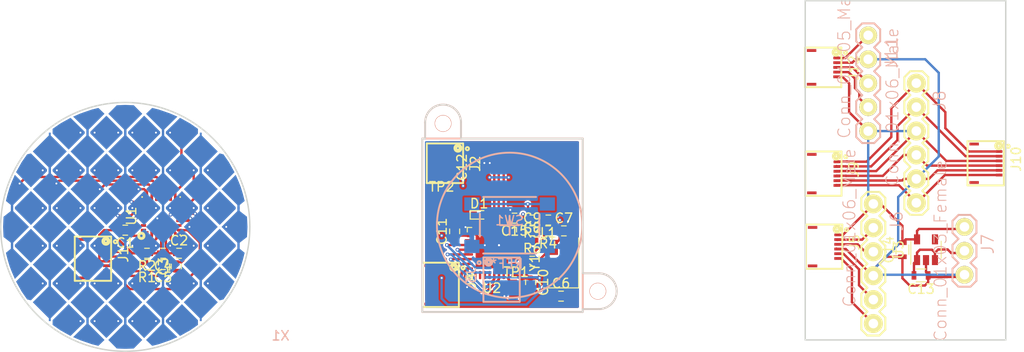
<source format=kicad_pcb>
(kicad_pcb (version 20171130) (host pcbnew "(5.1.6)-1")
  (layers (0 F.Cu signal) (1 In1.Cu power) (2 In2.Cu signal) (31 B.Cu signal) (35 F.Paste user hide) (37 F.SilkS user) (39 F.Mask user hide) (44 Edge.Cuts user))
  (net 0 "")
  (net 1 YA05)
  (net 2 YA04)
  (net 3 YA03)
  (net 4 YA02)
  (net 5 YA01)
  (net 6 YA00)
  (net 7 XA00)
  (net 8 XA01)
  (net 9 XA02)
  (net 10 XA03)
  (net 11 XA04)
  (net 12 XA05)
  (net 13 XA06)
  (net 14 "Net-(C2-Pad2)")
  (net 15 +3V3)
  (net 16 GND)
  (net 17 "Net-(U1-Pad9)")
  (net 18 "Net-(C1-Pad1)")
  (net 19 /SW_IN)
  (net 20 /PGM)
  (net 21 "Net-(C8-Pad1)")
  (net 22 /DAC2_OUT1)
  (net 23 /Switch_Out)
  (net 24 /SCL_TP)
  (net 25 /SDA_TP)
  (net 26 "Net-(C7-Pad1)")
  (net 27 "Net-(R6-Pad1)")
  (net 28 /RDY_TP)
  (net 29 "Net-(C6-Pad2)")
  (net 30 "Net-(U2-Pad6)")
  (net 31 "Net-(U2-Pad7)")
  (net 32 "Net-(U2-Pad8)")
  (net 33 /Switch_In)
  (net 34 /DAC1_OUT2)
  (net 35 "Net-(U2-Pad13)")
  (net 36 "Net-(U2-Pad15)")
  (net 37 "Net-(U2-Pad18)")
  (net 38 /SWDIO)
  (net 39 /SWCLK)
  (net 40 "Net-(U2-Pad25)")
  (net 41 "Net-(U2-Pad26)")
  (net 42 "Net-(U2-Pad27)")
  (net 43 "Net-(U2-Pad28)")
  (net 44 "Net-(U2-Pad31)")
  (net 45 /SCL_UC)
  (net 46 /SDA_UC)
  (net 47 /RDY_UC)
  (net 48 "Net-(U1-Pad16)")
  (net 49 "Net-(U1-Pad17)")
  (net 50 "Net-(U1-Pad25)")
  (net 51 "Net-(U1-Pad26)")
  (net 52 /Prog_SWDIO)
  (net 53 /Prog_SWCLK)
  (net 54 "Net-(R4-Pad2)")
  (net 55 /AZO_UNK)
  (net 56 VCC)
  (net 57 +1V8)
  (net 58 "Net-(J1-Pad6)")
  (net 59 /SDA_BO)
  (net 60 /SCL_BO)
  (net 61 /RDY_BO)
  (net 62 /UNK_BO)
  (net 63 /DAC2_OUT1_BO)
  (net 64 /Switch_Out_BO)
  (net 65 "Net-(U1-Pad1)")
  (net 66 "Net-(U3-Pad4)")
  (net 67 /DAC1_OUT2_BO)
  (net 68 "Net-(D1-Pad2)")
  (net 69 uC_UART_RX)
  (net 70 uC_UART_TX)
  (net 71 /Prog_RX)
  (net 72 /Prog_TX)
  (module LEDs:LED_0402 (layer F.Cu) (at 197.5 78.725)
    (fp_text reference D1 (at 0 -1.2) (layer F.SilkS))
    (fp_text value 16-213/GHC-YR1S1/3T)
    (pad 2 smd rect (at 0.55 0 180) (size 0.6 0.7) (layers F.Cu F.Paste F.Mask) (net 68 "Net-(D1-Pad2)"))
    (pad 1 smd rect (at -0.55 0 180) (size 0.6 0.7) (layers F.Cu F.Paste F.Mask) (net 16 GND))
  )
  (module .pretty:503480-0600 (layer B.Cu) (at 198.45 85.6 270)
    (fp_text reference J3 (at -0.45 1.8 270) (layer B.SilkS) (effects (justify mirror)))
    (fp_text value Conn_01x06_Female)
    (pad 1 smd roundrect (at -1.25 0 270) (size 0.3 0.7) (layers B.Cu B.Paste B.Mask) (net 46 /SDA_UC))
    (pad 2 smd rect (at -0.75 0 270) (size 0.3 0.7) (layers B.Cu B.Paste B.Mask) (net 45 /SCL_UC))
    (pad 3 smd rect (at -0.25 0 270) (size 0.3 0.7) (layers B.Cu B.Paste B.Mask) (net 57 +1V8))
    (pad 4 smd rect (at 0.25 0 270) (size 0.3 0.7) (layers B.Cu B.Paste B.Mask) (net 16 GND))
    (pad 0 smd rect (at -2.04 -2.65 270) (size 0.3 1) (layers B.Cu B.Paste B.Mask))
    (pad 0 smd rect (at 2.04 -2.65 270) (size 0.3 1) (layers B.Cu B.Paste B.Mask))
    (pad 5 smd rect (at 0.75 0 270) (size 0.3 0.7) (layers B.Cu B.Paste B.Mask) (net 47 /RDY_UC))
    (pad 6 smd rect (at 1.25 0 270) (size 0.3 0.7) (layers B.Cu B.Paste B.Mask) (net 55 /AZO_UNK))
  )
  (module .pretty:503480-0600 (layer F.Cu) (at 252.6 73.25 270)
    (fp_text reference J10 (at -0.45 -1.8 270) (layer F.SilkS))
    (fp_text value Conn_01x06_Female)
    (pad 1 smd roundrect (at -1.25 0 270) (size 0.3 0.7) (layers F.Cu F.Paste F.Mask) (net 59 /SDA_BO))
    (pad 2 smd rect (at -0.75 0 270) (size 0.3 0.7) (layers F.Cu F.Paste F.Mask) (net 60 /SCL_BO))
    (pad 3 smd rect (at -0.25 0 270) (size 0.3 0.7) (layers F.Cu F.Paste F.Mask) (net 57 +1V8))
    (pad 4 smd rect (at 0.25 0 270) (size 0.3 0.7) (layers F.Cu F.Paste F.Mask) (net 61 /RDY_BO))
    (pad 0 smd rect (at -2.04 2.65 270) (size 0.3 1) (layers F.Cu F.Paste F.Mask))
    (pad 0 smd rect (at 2.04 2.65 270) (size 0.3 1) (layers F.Cu F.Paste F.Mask))
    (pad 5 smd rect (at 0.75 0 270) (size 0.3 0.7) (layers F.Cu F.Paste F.Mask) (net 16 GND))
    (pad 6 smd rect (at 1.25 0 270) (size 0.3 0.7) (layers F.Cu F.Paste F.Mask) (net 62 /UNK_BO))
  )
  (module .pretty:503480-0600 (layer F.Cu) (at 235.4 74.35 270)
    (fp_text reference J9 (at -0.45 -1.8 270) (layer F.SilkS))
    (fp_text value Conn_01x06_Female)
    (pad 1 smd roundrect (at -1.25 0 270) (size 0.3 0.7) (layers F.Cu F.Paste F.Mask) (net 59 /SDA_BO))
    (pad 2 smd rect (at -0.75 0 270) (size 0.3 0.7) (layers F.Cu F.Paste F.Mask) (net 60 /SCL_BO))
    (pad 3 smd rect (at -0.25 0 270) (size 0.3 0.7) (layers F.Cu F.Paste F.Mask) (net 57 +1V8))
    (pad 4 smd rect (at 0.25 0 270) (size 0.3 0.7) (layers F.Cu F.Paste F.Mask) (net 61 /RDY_BO))
    (pad 0 smd rect (at -2.04 2.65 270) (size 0.3 1) (layers F.Cu F.Paste F.Mask))
    (pad 0 smd rect (at 2.04 2.65 270) (size 0.3 1) (layers F.Cu F.Paste F.Mask))
    (pad 5 smd rect (at 0.75 0 270) (size 0.3 0.7) (layers F.Cu F.Paste F.Mask) (net 16 GND))
    (pad 6 smd rect (at 1.25 0 270) (size 0.3 0.7) (layers F.Cu F.Paste F.Mask) (net 62 /UNK_BO))
  )
  (module .pretty:503480-0500 (layer F.Cu) (at 235.375 63.075 270)
    (fp_text reference J12 (at 0.05 -1.8 270) (layer F.SilkS))
    (fp_text value Conn_01x05_Female)
    (pad 0 smd rect (at 1.79 2.65 270) (size 0.3 1) (layers F.Cu F.Paste F.Mask))
    (pad 0 smd rect (at -1.79 2.65 270) (size 0.3 1) (layers F.Cu F.Paste F.Mask))
    (pad 5 smd rect (at 1 0 270) (size 0.3 0.7) (layers F.Cu F.Paste F.Mask) (net 57 +1V8))
    (pad 4 smd rect (at 0.5 0 270) (size 0.3 0.7) (layers F.Cu F.Paste F.Mask) (net 67 /DAC1_OUT2_BO))
    (pad 3 smd rect (at 0 0 270) (size 0.3 0.7) (layers F.Cu F.Paste F.Mask) (net 64 /Switch_Out_BO))
    (pad 2 smd rect (at -0.5 0 270) (size 0.3 0.7) (layers F.Cu F.Paste F.Mask) (net 16 GND))
    (pad 1 smd roundrect (at -1 0 270) (size 0.3 0.7) (layers F.Cu F.Paste F.Mask) (net 63 /DAC2_OUT1_BO))
  )
  (module .pretty:503480-0500 (layer F.Cu) (at 195.3 73.25 270)
    (fp_text reference J2 (at 0.05 -1.8 270) (layer F.SilkS))
    (fp_text value Conn_01x05_Female)
    (pad 0 smd rect (at 1.79 2.65 270) (size 0.3 1) (layers F.Cu F.Paste F.Mask))
    (pad 0 smd rect (at -1.79 2.65 270) (size 0.3 1) (layers F.Cu F.Paste F.Mask))
    (pad 5 smd rect (at 1 0 270) (size 0.3 0.7) (layers F.Cu F.Paste F.Mask) (net 57 +1V8))
    (pad 4 smd rect (at 0.5 0 270) (size 0.3 0.7) (layers F.Cu F.Paste F.Mask) (net 34 /DAC1_OUT2))
    (pad 3 smd rect (at 0 0 270) (size 0.3 0.7) (layers F.Cu F.Paste F.Mask) (net 23 /Switch_Out))
    (pad 2 smd rect (at -0.5 0 270) (size 0.3 0.7) (layers F.Cu F.Paste F.Mask) (net 16 GND))
    (pad 1 smd roundrect (at -1 0 270) (size 0.3 0.7) (layers F.Cu F.Paste F.Mask) (net 22 /DAC2_OUT1))
  )
  (module .pretty:503480-0600 (layer F.Cu) (at 158 83.375 270)
    (fp_text reference J1 (at -0.45 -1.8 270) (layer F.SilkS))
    (fp_text value Conn_01x06_Female)
    (pad 1 smd roundrect (at -1.25 0 270) (size 0.3 0.7) (layers F.Cu F.Paste F.Mask) (net 25 /SDA_TP))
    (pad 2 smd rect (at -0.75 0 270) (size 0.3 0.7) (layers F.Cu F.Paste F.Mask) (net 24 /SCL_TP))
    (pad 3 smd rect (at -0.25 0 270) (size 0.3 0.7) (layers F.Cu F.Paste F.Mask) (net 57 +1V8))
    (pad 4 smd rect (at 0.25 0 270) (size 0.3 0.7) (layers F.Cu F.Paste F.Mask) (net 16 GND))
    (pad 0 smd rect (at -2.04 2.65 270) (size 0.3 1) (layers F.Cu F.Paste F.Mask))
    (pad 0 smd rect (at 2.04 2.65 270) (size 0.3 1) (layers F.Cu F.Paste F.Mask))
    (pad 5 smd rect (at 0.75 0 270) (size 0.3 0.7) (layers F.Cu F.Paste F.Mask) (net 28 /RDY_TP))
    (pad 6 smd rect (at 1.25 0 270) (size 0.3 0.7) (layers F.Cu F.Paste F.Mask) (net 58 "Net-(J1-Pad6)"))
  )
  (module IQS572_Library:IQS572 (layer F.Cu) (at 163.804345 78.850603 90)
    (fp_text reference U1 (at 0 -3.15 90) (layer F.SilkS))
    (fp_text value IQS572)
    (pad 28 smd custom (at -1.5 -1.875 90) (size 0.1 0.1) (layers F.Cu F.Paste F.Mask) (net 19 /SW_IN) (options (clearance outline) (anchor rect)) (primitives (gr_poly (pts (xy 0.15 -0.275) (xy -0.15 -0.275) (xy -0.15 0.125) (xy 0 0.275) (xy 0.15 0.275)) (width 0))))
    (pad 27 smd rect (at -1 -1.875 90) (size 0.3 0.55) (layers F.Cu F.Paste F.Mask) (net 20 /PGM))
    (pad 26 smd rect (at -0.5 -1.875 90) (size 0.3 0.55) (layers F.Cu F.Paste F.Mask) (net 51 "Net-(U1-Pad26)"))
    (pad 25 smd rect (at 0 -1.875 90) (size 0.3 0.55) (layers F.Cu F.Paste F.Mask) (net 50 "Net-(U1-Pad25)"))
    (pad 24 smd rect (at 0.5 -1.875 90) (size 0.3 0.55) (layers F.Cu F.Paste F.Mask) (net 13 XA06))
    (pad 23 smd rect (at 1 -1.875 90) (size 0.3 0.55) (layers F.Cu F.Paste F.Mask) (net 12 XA05))
    (pad 22 smd custom (at 1.5 -1.875 90) (size 0.1 0.1) (layers F.Cu F.Paste F.Mask) (net 11 XA04) (options (clearance outline) (anchor rect)) (primitives (gr_poly (pts (xy -0.15 -0.275) (xy -0.15 0.275) (xy 0 0.275) (xy 0.15 0.125) (xy 0.15 -0.275)) (width 0))))
    (pad 21 smd custom (at 1.875 -1.5 180) (size 0.1 0.1) (layers F.Cu F.Paste F.Mask) (net 10 XA03) (options (clearance outline) (anchor rect)) (primitives (gr_poly (pts (xy -0.15 0.275) (xy 0.15 0.275) (xy 0.15 -0.125) (xy 0 -0.275) (xy -0.15 -0.275)) (width 0))))
    (pad 20 smd rect (at 1.875 -1 180) (size 0.3 0.55) (layers F.Cu F.Paste F.Mask) (net 9 XA02))
    (pad 19 smd rect (at 1.875 -0.5 180) (size 0.3 0.55) (layers F.Cu F.Paste F.Mask) (net 8 XA01))
    (pad 18 smd rect (at 1.875 0 180) (size 0.3 0.55) (layers F.Cu F.Paste F.Mask) (net 7 XA00))
    (pad 17 smd rect (at 1.875 0.5 180) (size 0.3 0.55) (layers F.Cu F.Paste F.Mask) (net 49 "Net-(U1-Pad17)"))
    (pad 16 smd rect (at 1.875 1 180) (size 0.3 0.55) (layers F.Cu F.Paste F.Mask) (net 48 "Net-(U1-Pad16)"))
    (pad 15 smd custom (at 1.875 1.5 180) (size 0.1 0.1) (layers F.Cu F.Paste F.Mask) (net 1 YA05) (options (clearance outline) (anchor rect)) (primitives (gr_poly (pts (xy 0.15 0.275) (xy 0.15 -0.275) (xy 0 -0.275) (xy -0.15 -0.125) (xy -0.15 0.275)) (width 0))))
    (pad 14 smd custom (at 1.5 1.875 90) (size 0.1 0.1) (layers F.Cu F.Paste F.Mask) (net 2 YA04) (options (clearance outline) (anchor rect)) (primitives (gr_poly (pts (xy -0.15 0.275) (xy 0.15 0.275) (xy 0.15 -0.125) (xy 0 -0.275) (xy -0.15 -0.275)) (width 0))))
    (pad 13 smd rect (at 1 1.875 90) (size 0.3 0.55) (layers F.Cu F.Paste F.Mask) (net 3 YA03))
    (pad 12 smd rect (at 0.5 1.875 90) (size 0.3 0.55) (layers F.Cu F.Paste F.Mask) (net 4 YA02))
    (pad 11 smd rect (at 0 1.875 90) (size 0.3 0.55) (layers F.Cu F.Paste F.Mask) (net 5 YA01))
    (pad 10 smd rect (at -0.5 1.875 90) (size 0.3 0.55) (layers F.Cu F.Paste F.Mask) (net 6 YA00))
    (pad 9 smd rect (at -1 1.875 90) (size 0.3 0.55) (layers F.Cu F.Paste F.Mask) (net 17 "Net-(U1-Pad9)"))
    (pad 8 smd custom (at -1.5 1.875 90) (size 0.1 0.1) (layers F.Cu F.Paste F.Mask) (net 28 /RDY_TP) (options (clearance outline) (anchor rect)) (primitives (gr_poly (pts (xy 0.15 0.275) (xy 0.15 -0.275) (xy 0 -0.275) (xy -0.15 -0.125) (xy -0.15 0.275)) (width 0))))
    (pad 7 smd custom (at -1.875 1.5 180) (size 0.1 0.1) (layers F.Cu F.Paste F.Mask) (options (clearance outline) (anchor rect)) (primitives (gr_poly (pts (xy 0.15 -0.275) (xy -0.15 -0.275) (xy -0.15 0.125) (xy 0 0.275) (xy 0.15 0.275)) (width 0))))
    (pad 6 smd rect (at -1.875 1 180) (size 0.3 0.55) (layers F.Cu F.Paste F.Mask) (net 14 "Net-(C2-Pad2)"))
    (pad 5 smd rect (at -1.875 0.5 180) (size 0.3 0.55) (layers F.Cu F.Paste F.Mask) (net 16 GND))
    (pad 4 smd rect (at -1.875 0 180) (size 0.3 0.55) (layers F.Cu F.Paste F.Mask) (net 57 +1V8))
    (pad 3 smd rect (at -1.875 -0.5 180) (size 0.3 0.55) (layers F.Cu F.Paste F.Mask) (net 24 /SCL_TP))
    (pad 2 smd rect (at -1.875 -1 180) (size 0.3 0.55) (layers F.Cu F.Paste F.Mask) (net 25 /SDA_TP))
    (pad 1 smd custom (at -1.875 -1.5 180) (size 0.1 0.1) (layers F.Cu F.Paste F.Mask) (net 65 "Net-(U1-Pad1)") (options (clearance outline) (anchor rect)) (primitives (gr_poly (pts (xy -0.15 -0.275) (xy -0.15 0.275) (xy 0 0.275) (xy 0.15 0.125) (xy 0.15 -0.275)) (width 0))))
  )
  (module ".pretty:Joystick Envelope" (layer B.Cu) (at 199.975 79.825 180)
    (fp_text reference REF** (at -0.05 -4.1 180) (layer B.SilkS) (effects (justify mirror)))
    (fp_text value "Joystick Envelope")
    (pad 0 thru_hole circle (at 6.3 10.8 180) (size 1.65 1.65) (drill 1.65) (layers *.Cu *.Mask))
    (pad 0 thru_hole circle (at -10.1 -7 180) (size 1.65 1.65) (drill 1.65) (layers *.Cu *.Mask))
  )
  (module Custom_Touchpad:Touchpad (layer B.Cu) (at 160 80)
    (fp_text reference X1 (at 16.45 11.55) (layer B.SilkS) (effects (justify mirror)))
    (fp_text value Custom_Touchpad)
    (pad YA02 thru_hole circle (at 8.75 2 180) (size 0.4 0.4) (drill 0.2) (layers *.Cu *.Mask) (net 4 YA02))
    (pad YA02 thru_hole circle (at 4.75 2 180) (size 0.4 0.4) (drill 0.2) (layers *.Cu *.Mask) (net 4 YA02))
    (pad YA02 thru_hole circle (at 0.75 2 180) (size 0.4 0.4) (drill 0.2) (layers *.Cu *.Mask) (net 4 YA02))
    (pad YA02 thru_hole circle (at -3.25 2 180) (size 0.4 0.4) (drill 0.2) (layers *.Cu *.Mask) (net 4 YA02))
    (pad YA02 thru_hole circle (at 7.25 2 180) (size 0.4 0.4) (drill 0.2) (layers *.Cu *.Mask) (net 4 YA02))
    (pad YA02 thru_hole circle (at 3.25 2 180) (size 0.4 0.4) (drill 0.2) (layers *.Cu *.Mask) (net 4 YA02))
    (pad YA02 thru_hole circle (at -0.75 2 180) (size 0.4 0.4) (drill 0.2) (layers *.Cu *.Mask) (net 4 YA02))
    (pad YA02 thru_hole circle (at -4.75 2 180) (size 0.4 0.4) (drill 0.2) (layers *.Cu *.Mask) (net 4 YA02))
    (pad YA03 thru_hole circle (at 8.75 -2 180) (size 0.4 0.4) (drill 0.2) (layers *.Cu *.Mask) (net 3 YA03))
    (pad YA03 thru_hole circle (at 4.75 -2 180) (size 0.4 0.4) (drill 0.2) (layers *.Cu *.Mask) (net 3 YA03))
    (pad YA03 thru_hole circle (at 0.75 -2 180) (size 0.4 0.4) (drill 0.2) (layers *.Cu *.Mask) (net 3 YA03))
    (pad YA03 thru_hole circle (at -3.25 -2 180) (size 0.4 0.4) (drill 0.2) (layers *.Cu *.Mask) (net 3 YA03))
    (pad YA03 thru_hole circle (at 7.25 -2 180) (size 0.4 0.4) (drill 0.2) (layers *.Cu *.Mask) (net 3 YA03))
    (pad YA03 thru_hole circle (at 3.25 -2 180) (size 0.4 0.4) (drill 0.2) (layers *.Cu *.Mask) (net 3 YA03))
    (pad YA03 thru_hole circle (at -0.75 -2 180) (size 0.4 0.4) (drill 0.2) (layers *.Cu *.Mask) (net 3 YA03))
    (pad YA03 thru_hole circle (at -4.75 -2 180) (size 0.4 0.4) (drill 0.2) (layers *.Cu *.Mask) (net 3 YA03))
    (pad YA04 thru_hole circle (at 8.75 -6 180) (size 0.4 0.4) (drill 0.2) (layers *.Cu *.Mask) (net 2 YA04))
    (pad YA04 thru_hole circle (at 4.75 -6 180) (size 0.4 0.4) (drill 0.2) (layers *.Cu *.Mask) (net 2 YA04))
    (pad YA04 thru_hole circle (at 0.75 -6 180) (size 0.4 0.4) (drill 0.2) (layers *.Cu *.Mask) (net 2 YA04))
    (pad YA04 thru_hole circle (at -3.25 -6 180) (size 0.4 0.4) (drill 0.2) (layers *.Cu *.Mask) (net 2 YA04))
    (pad YA04 thru_hole circle (at 7.25 -6 180) (size 0.4 0.4) (drill 0.2) (layers *.Cu *.Mask) (net 2 YA04))
    (pad YA04 thru_hole circle (at 3.25 -6 180) (size 0.4 0.4) (drill 0.2) (layers *.Cu *.Mask) (net 2 YA04))
    (pad YA04 thru_hole circle (at -0.75 -6 180) (size 0.4 0.4) (drill 0.2) (layers *.Cu *.Mask) (net 2 YA04))
    (pad YA04 thru_hole circle (at -4.75 -6 180) (size 0.4 0.4) (drill 0.2) (layers *.Cu *.Mask) (net 2 YA04))
    (pad YA05 thru_hole circle (at 4.75 -10 180) (size 0.4 0.4) (drill 0.2) (layers *.Cu *.Mask) (net 1 YA05))
    (pad YA05 thru_hole circle (at 0.75 -10 180) (size 0.4 0.4) (drill 0.2) (layers *.Cu *.Mask) (net 1 YA05))
    (pad YA05 thru_hole circle (at 3.25 -10 180) (size 0.4 0.4) (drill 0.2) (layers *.Cu *.Mask) (net 1 YA05))
    (pad YA05 thru_hole circle (at -0.75 -10 180) (size 0.4 0.4) (drill 0.2) (layers *.Cu *.Mask) (net 1 YA05))
    (pad YA05 thru_hole circle (at -3.25 -10 180) (size 0.4 0.4) (drill 0.2) (layers *.Cu *.Mask) (net 1 YA05))
    (pad YA05 thru_hole circle (at -4.75 -10 180) (size 0.4 0.4) (drill 0.2) (layers *.Cu *.Mask) (net 1 YA05))
    (pad YA04 thru_hole circle (at -7.25 -6 180) (size 0.4 0.4) (drill 0.2) (layers *.Cu *.Mask) (net 2 YA04))
    (pad YA04 thru_hole circle (at -8.75 -6 180) (size 0.4 0.4) (drill 0.2) (layers *.Cu *.Mask) (net 2 YA04))
    (pad YA03 thru_hole circle (at -7.25 -2 180) (size 0.4 0.4) (drill 0.2) (layers *.Cu *.Mask) (net 3 YA03))
    (pad YA03 thru_hole circle (at -8.75 -2 180) (size 0.4 0.4) (drill 0.2) (layers *.Cu *.Mask) (net 3 YA03))
    (pad YA02 thru_hole circle (at -7.25 2 180) (size 0.4 0.4) (drill 0.2) (layers *.Cu *.Mask) (net 4 YA02))
    (pad YA02 thru_hole circle (at -8.75 2 180) (size 0.4 0.4) (drill 0.2) (layers *.Cu *.Mask) (net 4 YA02))
    (pad YA01 thru_hole circle (at 8.75 6 180) (size 0.4 0.4) (drill 0.2) (layers *.Cu *.Mask) (net 5 YA01))
    (pad YA01 thru_hole circle (at 4.75 6 180) (size 0.4 0.4) (drill 0.2) (layers *.Cu *.Mask) (net 5 YA01))
    (pad YA01 thru_hole circle (at 0.75 6 180) (size 0.4 0.4) (drill 0.2) (layers *.Cu *.Mask) (net 5 YA01))
    (pad YA01 thru_hole circle (at -3.25 6 180) (size 0.4 0.4) (drill 0.2) (layers *.Cu *.Mask) (net 5 YA01))
    (pad YA01 thru_hole circle (at 7.25 6 180) (size 0.4 0.4) (drill 0.2) (layers *.Cu *.Mask) (net 5 YA01))
    (pad YA01 thru_hole circle (at 3.25 6 180) (size 0.4 0.4) (drill 0.2) (layers *.Cu *.Mask) (net 5 YA01))
    (pad YA01 thru_hole circle (at -0.75 6 180) (size 0.4 0.4) (drill 0.2) (layers *.Cu *.Mask) (net 5 YA01))
    (pad YA01 thru_hole circle (at -4.75 6 180) (size 0.4 0.4) (drill 0.2) (layers *.Cu *.Mask) (net 5 YA01))
    (pad YA01 thru_hole circle (at -7.25 6 180) (size 0.4 0.4) (drill 0.2) (layers *.Cu *.Mask) (net 5 YA01))
    (pad YA01 thru_hole circle (at -8.75 6 180) (size 0.4 0.4) (drill 0.2) (layers *.Cu *.Mask) (net 5 YA01))
    (pad YA00 thru_hole circle (at 4.75 10 180) (size 0.4 0.4) (drill 0.2) (layers *.Cu *.Mask) (net 6 YA00))
    (pad YA00 thru_hole circle (at 0.75 10 180) (size 0.4 0.4) (drill 0.2) (layers *.Cu *.Mask) (net 6 YA00))
    (pad YA00 thru_hole circle (at 3.25 10 180) (size 0.4 0.4) (drill 0.2) (layers *.Cu *.Mask) (net 6 YA00))
    (pad YA00 thru_hole circle (at -0.75 10 180) (size 0.4 0.4) (drill 0.2) (layers *.Cu *.Mask) (net 6 YA00))
    (pad YA00 thru_hole circle (at -3.25 10 180) (size 0.4 0.4) (drill 0.2) (layers *.Cu *.Mask) (net 6 YA00))
    (pad YA00 thru_hole circle (at -4.75 10 180) (size 0.4 0.4) (drill 0.2) (layers *.Cu *.Mask) (net 6 YA00))
    (pad YA05 smd custom (at 6 -10 180) (size 0.5 0.5) (layers B.Cu B.Paste B.Mask) (net 1 YA05) (options (clearance outline) (anchor rect)) (primitives (gr_poly (pts (xy 1.7 0.1) (xy 1.7 -0.1) (xy 0 -1.8) (xy -1.7 -0.1) (xy -1.7 0.4) (xy -0.875 0.975) (xy 0.2 1.575)) (width 0))))
    (pad YA00 smd custom (at -6 10) (size 0.5 0.5) (layers B.Cu B.Paste B.Mask) (net 6 YA00) (options (clearance outline) (anchor rect)) (primitives (gr_poly (pts (xy 1.7 0.1) (xy 1.7 -0.1) (xy 0 -1.8) (xy -1.7 -0.1) (xy -1.7 0.4) (xy -0.875 0.975) (xy 0.2 1.575)) (width 0))))
    (pad YA01 smd custom (at 10 6 90) (size 0.5 0.5) (layers B.Cu B.Paste B.Mask) (net 5 YA01) (options (clearance outline) (anchor rect)) (primitives (gr_poly (pts (xy 1.8 0) (xy 0.1 -1.7) (xy -0.1 -1.7) (xy -1.8 0) (xy -1.7 0.4) (xy -0.875 0.975) (xy 0.2 1.575)) (width 0))))
    (pad YA04 smd custom (at -10 -6 270) (size 0.5 0.5) (layers B.Cu B.Paste B.Mask) (net 2 YA04) (options (clearance outline) (anchor rect)) (primitives (gr_poly (pts (xy 1.8 0) (xy 0.1 -1.7) (xy -0.1 -1.7) (xy -1.8 0) (xy -1.7 0.4) (xy -0.875 0.975) (xy 0.2 1.575)) (width 0))))
    (pad XA03 smd custom (at 0 0 180) (size 1 1) (layers B.Cu B.Paste B.Mask) (net 10 XA03) (options (clearance outline) (anchor rect)) (primitives (gr_poly (pts (xy 1.8 0) (xy 0.1 -1.7) (xy 0.1 -2) (xy -0.1 -2) (xy -0.1 -1.7) (xy -1.8 0) (xy -0.1 1.7) (xy -0.1 2) (xy 0.1 2) (xy 0.1 1.7)) (width 0))))
    (pad XA03 smd custom (at 0 -4 180) (size 1 1) (layers B.Cu B.Paste B.Mask) (net 10 XA03) (options (clearance outline) (anchor rect)) (primitives (gr_poly (pts (xy 1.8 0) (xy 0.1 -1.7) (xy 0.1 -2) (xy -0.1 -2) (xy -0.1 -1.7) (xy -1.8 0) (xy -0.1 1.7) (xy -0.1 2) (xy 0.1 2) (xy 0.1 1.7)) (width 0))))
    (pad XA03 smd custom (at 0 -8 180) (size 1 1) (layers B.Cu B.Paste B.Mask) (net 10 XA03) (options (clearance outline) (anchor rect)) (primitives (gr_poly (pts (xy 1.8 0) (xy 0.1 -1.7) (xy 0.1 -2) (xy -0.1 -2) (xy -0.1 -1.7) (xy -1.8 0) (xy -0.1 1.7) (xy -0.1 2) (xy 0.1 2) (xy 0.1 1.7)) (width 0))))
    (pad XA03 smd custom (at 0 -12 180) (size 1 1) (layers B.Cu B.Paste B.Mask) (net 10 XA03) (options (clearance outline) (anchor rect)) (primitives (gr_poly (pts (xy 1.8 0) (xy 0.1 -1.7) (xy 0.1 -2) (xy -0.1 -2) (xy -0.1 -1.7) (xy -1.8 0) (xy -0.9 0.91) (xy -0.1 0.94) (xy 0.1 0.94) (xy 0.9 0.91)) (width 0))))
    (pad XA03 smd custom (at 0 12) (size 1 1) (layers B.Cu B.Paste B.Mask) (net 10 XA03) (options (clearance outline) (anchor rect)) (primitives (gr_poly (pts (xy 1.8 0) (xy 0.1 -1.7) (xy 0.1 -2) (xy -0.1 -2) (xy -0.1 -1.7) (xy -1.8 0) (xy -0.9 0.91) (xy -0.1 0.94) (xy 0.1 0.94) (xy 0.9 0.91)) (width 0))))
    (pad XA03 smd custom (at 0 4 180) (size 1 1) (layers B.Cu B.Paste B.Mask) (net 10 XA03) (options (clearance outline) (anchor rect)) (primitives (gr_poly (pts (xy 1.8 0) (xy 0.1 -1.7) (xy 0.1 -2) (xy -0.1 -2) (xy -0.1 -1.7) (xy -1.8 0) (xy -0.1 1.7) (xy -0.1 2) (xy 0.1 2) (xy 0.1 1.7)) (width 0))))
    (pad XA03 smd custom (at 0 8 180) (size 1 1) (layers B.Cu B.Paste B.Mask) (net 10 XA03) (options (clearance outline) (anchor rect)) (primitives (gr_poly (pts (xy 1.8 0) (xy 0.1 -1.7) (xy 0.1 -2) (xy -0.1 -2) (xy -0.1 -1.7) (xy -1.8 0) (xy -0.1 1.7) (xy -0.1 2) (xy 0.1 2) (xy 0.1 1.7)) (width 0))))
    (pad XA02 smd custom (at -4 8 180) (size 1 1) (layers B.Cu B.Paste B.Mask) (net 9 XA02) (options (clearance outline) (anchor rect)) (primitives (gr_poly (pts (xy 1.8 0) (xy 0.1 -1.7) (xy 0.1 -2) (xy -0.1 -2) (xy -0.1 -1.7) (xy -1.8 0) (xy -0.1 1.7) (xy -0.1 2) (xy 0.1 2) (xy 0.1 1.7)) (width 0))))
    (pad XA01 smd custom (at -8 8 180) (size 1 1) (layers B.Cu B.Paste B.Mask) (net 8 XA01) (options (clearance outline) (anchor rect)) (primitives (gr_poly (pts (xy 1.8 0) (xy 0.1 -1.7) (xy 0.1 -2) (xy -0.1 -2) (xy -0.1 -1.7) (xy -1.8 0) (xy -0.1 1.7) (xy -0.1 2) (xy 0.1 2) (xy 0.1 1.7)) (width 0))))
    (pad XA02 smd custom (at -4 -8 180) (size 1 1) (layers B.Cu B.Paste B.Mask) (net 9 XA02) (options (clearance outline) (anchor rect)) (primitives (gr_poly (pts (xy 1.8 0) (xy 0.1 -1.7) (xy 0.1 -2) (xy -0.1 -2) (xy -0.1 -1.7) (xy -1.8 0) (xy -0.1 1.7) (xy -0.1 2) (xy 0.1 2) (xy 0.1 1.7)) (width 0))))
    (pad XA01 smd custom (at -8 -8 180) (size 1 1) (layers B.Cu B.Paste B.Mask) (net 8 XA01) (options (clearance outline) (anchor rect)) (primitives (gr_poly (pts (xy 1.8 0) (xy 0.1 -1.7) (xy 0.1 -2) (xy -0.1 -2) (xy -0.1 -1.7) (xy -1.8 0) (xy -0.1 1.7) (xy -0.1 2) (xy 0.1 2) (xy 0.1 1.7)) (width 0))))
    (pad XA02 smd custom (at -4 0 180) (size 1 1) (layers B.Cu B.Paste B.Mask) (net 9 XA02) (options (clearance outline) (anchor rect)) (primitives (gr_poly (pts (xy 1.8 0) (xy 0.1 -1.7) (xy 0.1 -2) (xy -0.1 -2) (xy -0.1 -1.7) (xy -1.8 0) (xy -0.1 1.7) (xy -0.1 2) (xy 0.1 2) (xy 0.1 1.7)) (width 0))))
    (pad XA01 smd custom (at -8 0 180) (size 1 1) (layers B.Cu B.Paste B.Mask) (net 8 XA01) (options (clearance outline) (anchor rect)) (primitives (gr_poly (pts (xy 1.8 0) (xy 0.1 -1.7) (xy 0.1 -2) (xy -0.1 -2) (xy -0.1 -1.7) (xy -1.8 0) (xy -0.1 1.7) (xy -0.1 2) (xy 0.1 2) (xy 0.1 1.7)) (width 0))))
    (pad XA02 smd custom (at -4 -4 180) (size 1 1) (layers B.Cu B.Paste B.Mask) (net 9 XA02) (options (clearance outline) (anchor rect)) (primitives (gr_poly (pts (xy 1.8 0) (xy 0.1 -1.7) (xy 0.1 -2) (xy -0.1 -2) (xy -0.1 -1.7) (xy -1.8 0) (xy -0.1 1.7) (xy -0.1 2) (xy 0.1 2) (xy 0.1 1.7)) (width 0))))
    (pad XA01 smd custom (at -8 -4 180) (size 1 1) (layers B.Cu B.Paste B.Mask) (net 8 XA01) (options (clearance outline) (anchor rect)) (primitives (gr_poly (pts (xy 1.8 0) (xy 0.1 -1.7) (xy 0.1 -2) (xy -0.1 -2) (xy -0.1 -1.7) (xy -1.8 0) (xy -0.1 1.7) (xy -0.1 2) (xy 0.1 2) (xy 0.1 1.7)) (width 0))))
    (pad XA02 smd custom (at -4 4 180) (size 1 1) (layers B.Cu B.Paste B.Mask) (net 9 XA02) (options (clearance outline) (anchor rect)) (primitives (gr_poly (pts (xy 1.8 0) (xy 0.1 -1.7) (xy 0.1 -2) (xy -0.1 -2) (xy -0.1 -1.7) (xy -1.8 0) (xy -0.1 1.7) (xy -0.1 2) (xy 0.1 2) (xy 0.1 1.7)) (width 0))))
    (pad XA01 smd custom (at -8 4 180) (size 1 1) (layers B.Cu B.Paste B.Mask) (net 8 XA01) (options (clearance outline) (anchor rect)) (primitives (gr_poly (pts (xy 1.8 0) (xy 0.1 -1.7) (xy 0.1 -2) (xy -0.1 -2) (xy -0.1 -1.7) (xy -1.8 0) (xy -0.1 1.7) (xy -0.1 2) (xy 0.1 2) (xy 0.1 1.7)) (width 0))))
    (pad XA04 smd custom (at 4 8 180) (size 1 1) (layers B.Cu B.Paste B.Mask) (net 11 XA04) (options (clearance outline) (anchor rect)) (primitives (gr_poly (pts (xy 1.8 0) (xy 0.1 -1.7) (xy 0.1 -2) (xy -0.1 -2) (xy -0.1 -1.7) (xy -1.8 0) (xy -0.1 1.7) (xy -0.1 2) (xy 0.1 2) (xy 0.1 1.7)) (width 0))))
    (pad XA05 smd custom (at 8 8 180) (size 1 1) (layers B.Cu B.Paste B.Mask) (net 12 XA05) (options (clearance outline) (anchor rect)) (primitives (gr_poly (pts (xy 1.8 0) (xy 0.1 -1.7) (xy 0.1 -2) (xy -0.1 -2) (xy -0.1 -1.7) (xy -1.8 0) (xy -0.1 1.7) (xy -0.1 2) (xy 0.1 2) (xy 0.1 1.7)) (width 0))))
    (pad XA04 smd custom (at 4 -12 180) (size 0.11 0.11) (layers B.Cu B.Paste B.Mask) (net 11 XA04) (options (clearance outline) (anchor rect)) (primitives (gr_poly (pts (xy 1.8 0) (xy 0.1 -1.7) (xy 0.1 -2) (xy -0.1 -2) (xy -0.1 -1.7) (xy -1.525 -0.3) (xy -0.775 0.025) (xy -0.35 0.175) (xy 0.45 0.45) (xy 1.15 0.625)) (width 0))))
    (pad XA04 smd custom (at 4 -8 180) (size 1 1) (layers B.Cu B.Paste B.Mask) (net 11 XA04) (options (clearance outline) (anchor rect)) (primitives (gr_poly (pts (xy 1.8 0) (xy 0.1 -1.7) (xy 0.1 -2) (xy -0.1 -2) (xy -0.1 -1.7) (xy -1.8 0) (xy -0.1 1.7) (xy -0.1 2) (xy 0.1 2) (xy 0.1 1.7)) (width 0))))
    (pad XA05 smd custom (at 8 -8 180) (size 1 1) (layers B.Cu B.Paste B.Mask) (net 12 XA05) (options (clearance outline) (anchor rect)) (primitives (gr_poly (pts (xy 1.8 0) (xy 0.1 -1.7) (xy 0.1 -2) (xy -0.1 -2) (xy -0.1 -1.7) (xy -1.8 0) (xy -0.1 1.7) (xy -0.1 2) (xy 0.1 2) (xy 0.1 1.7)) (width 0))))
    (pad XA04 smd custom (at 4 0 180) (size 1 1) (layers B.Cu B.Paste B.Mask) (net 11 XA04) (options (clearance outline) (anchor rect)) (primitives (gr_poly (pts (xy 1.8 0) (xy 0.1 -1.7) (xy 0.1 -2) (xy -0.1 -2) (xy -0.1 -1.7) (xy -1.8 0) (xy -0.1 1.7) (xy -0.1 2) (xy 0.1 2) (xy 0.1 1.7)) (width 0))))
    (pad XA05 smd custom (at 8 0 180) (size 1 1) (layers B.Cu B.Paste B.Mask) (net 12 XA05) (options (clearance outline) (anchor rect)) (primitives (gr_poly (pts (xy 1.8 0) (xy 0.1 -1.7) (xy 0.1 -2) (xy -0.1 -2) (xy -0.1 -1.7) (xy -1.8 0) (xy -0.1 1.7) (xy -0.1 2) (xy 0.1 2) (xy 0.1 1.7)) (width 0))))
    (pad XA06 smd custom (at 12 0) (size 1 1) (layers B.Cu B.Paste B.Mask) (net 13 XA06) (options (clearance outline) (anchor rect)) (primitives (gr_poly (pts (xy 0.1 -1.7) (xy 0.1 -2) (xy -0.1 -2) (xy -0.1 -1.7) (xy -1.8 0) (xy -0.1 1.7) (xy -0.1 2) (xy 0.1 2) (xy 0.1 1.7) (xy 0.9 1.075) (xy 0.95 0) (xy 0.9 -1.075)) (width 0))))
    (pad XA04 smd custom (at 4 -4 180) (size 1 1) (layers B.Cu B.Paste B.Mask) (net 11 XA04) (options (clearance outline) (anchor rect)) (primitives (gr_poly (pts (xy 1.8 0) (xy 0.1 -1.7) (xy 0.1 -2) (xy -0.1 -2) (xy -0.1 -1.7) (xy -1.8 0) (xy -0.1 1.7) (xy -0.1 2) (xy 0.1 2) (xy 0.1 1.7)) (width 0))))
    (pad XA05 smd custom (at 8 -4 180) (size 1 1) (layers B.Cu B.Paste B.Mask) (net 12 XA05) (options (clearance outline) (anchor rect)) (primitives (gr_poly (pts (xy 1.8 0) (xy 0.1 -1.7) (xy 0.1 -2) (xy -0.1 -2) (xy -0.1 -1.7) (xy -1.8 0) (xy -0.1 1.7) (xy -0.1 2) (xy 0.1 2) (xy 0.1 1.7)) (width 0))))
    (pad XA04 smd custom (at 4 4 180) (size 1 1) (layers B.Cu B.Paste B.Mask) (net 11 XA04) (options (clearance outline) (anchor rect)) (primitives (gr_poly (pts (xy 1.8 0) (xy 0.1 -1.7) (xy 0.1 -2) (xy -0.1 -2) (xy -0.1 -1.7) (xy -1.8 0) (xy -0.1 1.7) (xy -0.1 2) (xy 0.1 2) (xy 0.1 1.7)) (width 0))))
    (pad XA05 smd custom (at 8 4) (size 1 1) (layers B.Cu B.Paste B.Mask) (net 12 XA05) (options (clearance outline) (anchor rect)) (primitives (gr_poly (pts (xy 1.8 0) (xy 0.1 -1.7) (xy 0.1 -2) (xy -0.1 -2) (xy -0.1 -1.7) (xy -1.8 0) (xy -0.1 1.7) (xy -0.1 2) (xy 0.1 2) (xy 0.1 1.7)) (width 0))))
    (pad XA06 smd custom (at 12 4) (size 0.1 0.1) (layers B.Cu B.Paste B.Mask) (net 13 XA06) (options (clearance outline) (anchor rect)) (primitives (gr_poly (pts (xy 0.1 -1.7) (xy 0.1 -2) (xy -0.1 -2) (xy -0.1 -1.7) (xy -1.8 0) (xy -0.3 1.525) (xy 0.025 0.775) (xy 0.25 0.2) (xy 0.475 -0.55) (xy 0.65 -1.25)) (width 0))))
    (pad XA04 smd custom (at 4 12 180) (size 0.11 0.11) (layers B.Cu B.Paste B.Mask) (net 11 XA04) (options (clearance outline) (anchor rect)) (primitives (gr_poly (pts (xy 1.8 0) (xy 0.1 1.7) (xy 0.1 2) (xy -0.1 2) (xy -0.1 1.7) (xy -1.525 0.3) (xy -0.775 -0.025) (xy -0.35 -0.175) (xy 0.45 -0.45) (xy 1.15 -0.625)) (width 0))))
    (pad XA02 smd custom (at -4 12 180) (size 0.11 0.11) (layers B.Cu B.Paste B.Mask) (net 9 XA02) (options (clearance outline) (anchor rect)) (primitives (gr_poly (pts (xy -1.8 0) (xy -0.1 1.7) (xy -0.1 2) (xy 0.1 2) (xy 0.1 1.7) (xy 1.525 0.3) (xy 0.775 -0.025) (xy 0.35 -0.175) (xy -0.45 -0.45) (xy -1.15 -0.625)) (width 0))))
    (pad XA02 smd custom (at -4 -12) (size 0.11 0.11) (layers B.Cu B.Paste B.Mask) (net 9 XA02) (options (clearance outline) (anchor rect)) (primitives (gr_poly (pts (xy 1.8 0) (xy 0.1 1.7) (xy 0.1 2) (xy -0.1 2) (xy -0.1 1.7) (xy -1.525 0.3) (xy -0.775 -0.025) (xy -0.35 -0.175) (xy 0.45 -0.45) (xy 1.15 -0.625)) (width 0))))
    (pad XA00 smd custom (at -12 0 180) (size 1 1) (layers B.Cu B.Paste B.Mask) (net 7 XA00) (options (clearance outline) (anchor rect)) (primitives (gr_poly (pts (xy 0.1 -1.7) (xy 0.1 -2) (xy -0.1 -2) (xy -0.1 -1.7) (xy -1.8 0) (xy -0.1 1.7) (xy -0.1 2) (xy 0.1 2) (xy 0.1 1.7) (xy 0.9 1.075) (xy 0.95 0) (xy 0.9 -1.075)) (width 0))))
    (pad XA00 smd custom (at -12 -4 180) (size 0.1 0.1) (layers B.Cu B.Paste B.Mask) (net 7 XA00) (options (clearance outline) (anchor rect)) (primitives (gr_poly (pts (xy 0.1 -1.7) (xy 0.1 -2) (xy -0.1 -2) (xy -0.1 -1.7) (xy -1.8 0) (xy -0.3 1.525) (xy 0.025 0.775) (xy 0.25 0.2) (xy 0.475 -0.55) (xy 0.65 -1.25)) (width 0))))
    (pad XA06 smd custom (at 12 -4) (size 0.1 0.1) (layers B.Cu B.Paste B.Mask) (net 13 XA06) (options (clearance outline) (anchor rect)) (primitives (gr_poly (pts (xy 0.1 1.7) (xy 0.1 2) (xy -0.1 2) (xy -0.1 1.7) (xy -1.8 0) (xy -0.3 -1.525) (xy 0.025 -0.775) (xy 0.25 -0.2) (xy 0.475 0.55) (xy 0.65 1.25)) (width 0))))
    (pad XA00 smd custom (at -12 4 180) (size 0.1 0.1) (layers B.Cu B.Paste B.Mask) (net 7 XA00) (options (clearance outline) (anchor rect)) (primitives (gr_poly (pts (xy 0.1 1.7) (xy 0.1 2) (xy -0.1 2) (xy -0.1 1.7) (xy -1.8 0) (xy -0.3 -1.525) (xy 0.025 -0.775) (xy 0.25 -0.2) (xy 0.475 0.55) (xy 0.65 1.25)) (width 0))))
    (pad YA02 smd custom (at 2 2) (size 0.5 0.5) (layers B.Cu B.Paste B.Mask) (net 4 YA02) (options (clearance outline) (anchor rect)) (primitives (gr_poly (pts (xy 1.7 -0.1) (xy 1.7 0.1) (xy 0 1.8) (xy -1.7 0.1) (xy -1.7 -0.1) (xy 0 -1.8)) (width 0))))
    (pad YA02 smd custom (at 6 2) (size 0.5 0.5) (layers B.Cu B.Paste B.Mask) (net 4 YA02) (options (clearance outline) (anchor rect)) (primitives (gr_poly (pts (xy 1.7 -0.1) (xy 1.7 0.1) (xy 0 1.8) (xy -1.7 0.1) (xy -1.7 -0.1) (xy 0 -1.8)) (width 0))))
    (pad YA02 smd custom (at 10 2) (size 0.5 0.5) (layers B.Cu B.Paste B.Mask) (net 4 YA02) (options (clearance outline) (anchor rect)) (primitives (gr_poly (pts (xy 1.7 -0.1) (xy 1.7 0.1) (xy 0 1.8) (xy -1.7 0.1) (xy -1.7 -0.1) (xy 0 -1.8)) (width 0))))
    (pad YA03 smd custom (at 2 -2) (size 0.5 0.5) (layers B.Cu B.Paste B.Mask) (net 3 YA03) (options (clearance outline) (anchor rect)) (primitives (gr_poly (pts (xy 1.7 -0.1) (xy 1.7 0.1) (xy 0 1.8) (xy -1.7 0.1) (xy -1.7 -0.1) (xy 0 -1.8)) (width 0))))
    (pad YA03 smd custom (at 6 -2) (size 0.5 0.5) (layers B.Cu B.Paste B.Mask) (net 3 YA03) (options (clearance outline) (anchor rect)) (primitives (gr_poly (pts (xy 1.7 -0.1) (xy 1.7 0.1) (xy 0 1.8) (xy -1.7 0.1) (xy -1.7 -0.1) (xy 0 -1.8)) (width 0))))
    (pad YA03 smd custom (at 10 -2) (size 0.5 0.5) (layers B.Cu B.Paste B.Mask) (net 3 YA03) (options (clearance outline) (anchor rect)) (primitives (gr_poly (pts (xy 1.7 -0.1) (xy 1.7 0.1) (xy 0 1.8) (xy -1.7 0.1) (xy -1.7 -0.1) (xy 0 -1.8)) (width 0))))
    (pad YA04 smd custom (at 2 -6) (size 0.5 0.5) (layers B.Cu B.Paste B.Mask) (net 2 YA04) (options (clearance outline) (anchor rect)) (primitives (gr_poly (pts (xy 1.7 -0.1) (xy 1.7 0.1) (xy 0 1.8) (xy -1.7 0.1) (xy -1.7 -0.1) (xy 0 -1.8)) (width 0))))
    (pad YA04 smd custom (at 6 -6) (size 0.5 0.5) (layers B.Cu B.Paste B.Mask) (net 2 YA04) (options (clearance outline) (anchor rect)) (primitives (gr_poly (pts (xy 1.7 -0.1) (xy 1.7 0.1) (xy 0 1.8) (xy -1.7 0.1) (xy -1.7 -0.1) (xy 0 -1.8)) (width 0))))
    (pad YA05 smd custom (at 2 -10) (size 0.5 0.5) (layers B.Cu B.Paste B.Mask) (net 1 YA05) (options (clearance outline) (anchor rect)) (primitives (gr_poly (pts (xy 1.7 -0.1) (xy 1.7 0.1) (xy 0 1.8) (xy -1.7 0.1) (xy -1.7 -0.1) (xy 0 -1.8)) (width 0))))
    (pad YA03 smd custom (at -2 -2) (size 0.5 0.5) (layers B.Cu B.Paste B.Mask) (net 3 YA03) (options (clearance outline) (anchor rect)) (primitives (gr_poly (pts (xy 1.7 -0.1) (xy 1.7 0.1) (xy 0 1.8) (xy -1.7 0.1) (xy -1.7 -0.1) (xy 0 -1.8)) (width 0))))
    (pad YA03 smd custom (at -6 -2) (size 0.5 0.5) (layers B.Cu B.Paste B.Mask) (net 3 YA03) (options (clearance outline) (anchor rect)) (primitives (gr_poly (pts (xy 1.7 -0.1) (xy 1.7 0.1) (xy 0 1.8) (xy -1.7 0.1) (xy -1.7 -0.1) (xy 0 -1.8)) (width 0))))
    (pad YA03 smd custom (at -10 -2) (size 0.5 0.5) (layers B.Cu B.Paste B.Mask) (net 3 YA03) (options (clearance outline) (anchor rect)) (primitives (gr_poly (pts (xy 1.7 -0.1) (xy 1.7 0.1) (xy 0 1.8) (xy -1.7 0.1) (xy -1.7 -0.1) (xy 0 -1.8)) (width 0))))
    (pad YA04 smd custom (at -2 -6) (size 0.5 0.5) (layers B.Cu B.Paste B.Mask) (net 2 YA04) (options (clearance outline) (anchor rect)) (primitives (gr_poly (pts (xy 1.7 -0.1) (xy 1.7 0.1) (xy 0 1.8) (xy -1.7 0.1) (xy -1.7 -0.1) (xy 0 -1.8)) (width 0))))
    (pad YA04 smd custom (at -6 -6) (size 0.5 0.5) (layers B.Cu B.Paste B.Mask) (net 2 YA04) (options (clearance outline) (anchor rect)) (primitives (gr_poly (pts (xy 1.7 -0.1) (xy 1.7 0.1) (xy 0 1.8) (xy -1.7 0.1) (xy -1.7 -0.1) (xy 0 -1.8)) (width 0))))
    (pad YA05 smd custom (at -2 -10) (size 0.5 0.5) (layers B.Cu B.Paste B.Mask) (net 1 YA05) (options (clearance outline) (anchor rect)) (primitives (gr_poly (pts (xy 1.7 -0.1) (xy 1.7 0.1) (xy 0 1.8) (xy -1.7 0.1) (xy -1.7 -0.1) (xy 0 -1.8)) (width 0))))
    (pad YA05 smd custom (at -6 -10) (size 0.5 0.5) (layers B.Cu B.Paste B.Mask) (net 1 YA05) (options (clearance outline) (anchor rect)) (primitives (gr_poly (pts (xy 1.7 -0.1) (xy 1.7 0.1) (xy 0 1.8) (xy -1.7 0.1) (xy -1.7 -0.4) (xy -0.875 -0.975) (xy 0.2 -1.575)) (width 0))))
    (pad YA02 smd custom (at -2 2) (size 0.5 0.5) (layers B.Cu B.Paste B.Mask) (net 4 YA02) (options (clearance outline) (anchor rect)) (primitives (gr_poly (pts (xy 1.7 -0.1) (xy 1.7 0.1) (xy 0 1.8) (xy -1.7 0.1) (xy -1.7 -0.1) (xy 0 -1.8)) (width 0))))
    (pad YA02 smd custom (at -6 2) (size 0.5 0.5) (layers B.Cu B.Paste B.Mask) (net 4 YA02) (options (clearance outline) (anchor rect)) (primitives (gr_poly (pts (xy 1.7 -0.1) (xy 1.7 0.1) (xy 0 1.8) (xy -1.7 0.1) (xy -1.7 -0.1) (xy 0 -1.8)) (width 0))))
    (pad YA02 smd custom (at -10 2) (size 0.5 0.5) (layers B.Cu B.Paste B.Mask) (net 4 YA02) (options (clearance outline) (anchor rect)) (primitives (gr_poly (pts (xy 1.7 -0.1) (xy 1.7 0.1) (xy 0 1.8) (xy -1.7 0.1) (xy -1.7 -0.1) (xy 0 -1.8)) (width 0))))
    (pad YA01 smd custom (at 6 6) (size 0.5 0.5) (layers B.Cu B.Paste B.Mask) (net 5 YA01) (options (clearance outline) (anchor rect)) (primitives (gr_poly (pts (xy 1.7 -0.1) (xy 1.7 0.1) (xy 0 1.8) (xy -1.7 0.1) (xy -1.7 -0.1) (xy 0 -1.8)) (width 0))))
    (pad YA01 smd custom (at 2 6) (size 0.5 0.5) (layers B.Cu B.Paste B.Mask) (net 5 YA01) (options (clearance outline) (anchor rect)) (primitives (gr_poly (pts (xy 1.7 -0.1) (xy 1.7 0.1) (xy 0 1.8) (xy -1.7 0.1) (xy -1.7 -0.1) (xy 0 -1.8)) (width 0))))
    (pad YA00 smd custom (at 2 10) (size 0.5 0.5) (layers B.Cu B.Paste B.Mask) (net 6 YA00) (options (clearance outline) (anchor rect)) (primitives (gr_poly (pts (xy 1.7 -0.1) (xy 1.7 0.1) (xy 0 1.8) (xy -1.7 0.1) (xy -1.7 -0.1) (xy 0 -1.8)) (width 0))))
    (pad YA01 smd custom (at -2 6) (size 0.5 0.5) (layers B.Cu B.Paste B.Mask) (net 5 YA01) (options (clearance outline) (anchor rect)) (primitives (gr_poly (pts (xy 1.7 -0.1) (xy 1.7 0.1) (xy 0 1.8) (xy -1.7 0.1) (xy -1.7 -0.1) (xy 0 -1.8)) (width 0))))
    (pad YA00 smd custom (at -2 10) (size 0.5 0.5) (layers B.Cu B.Paste B.Mask) (net 6 YA00) (options (clearance outline) (anchor rect)) (primitives (gr_poly (pts (xy 1.7 -0.1) (xy 1.7 0.1) (xy 0 1.8) (xy -1.7 0.1) (xy -1.7 -0.1) (xy 0 -1.8)) (width 0))))
    (pad YA01 smd custom (at -6 6) (size 0.5 0.5) (layers B.Cu B.Paste B.Mask) (net 5 YA01) (options (clearance outline) (anchor rect)) (primitives (gr_poly (pts (xy 1.7 -0.1) (xy 1.7 0.1) (xy 0 1.8) (xy -1.7 0.1) (xy -1.7 -0.1) (xy 0 -1.8)) (width 0))))
    (pad YA00 smd custom (at 6 10 180) (size 0.5 0.5) (layers B.Cu B.Paste B.Mask) (net 6 YA00) (options (clearance outline) (anchor rect)) (primitives (gr_poly (pts (xy 1.7 -0.1) (xy 1.7 0.1) (xy 0 1.8) (xy -1.7 0.1) (xy -1.7 -0.4) (xy -0.875 -0.975) (xy 0.2 -1.575)) (width 0))))
    (pad YA04 smd custom (at 10 -6 270) (size 0.5 0.5) (layers B.Cu B.Paste B.Mask) (net 2 YA04) (options (clearance outline) (anchor rect)) (primitives (gr_poly (pts (xy 1.8 0) (xy 0.1 1.7) (xy -0.1 1.7) (xy -1.8 0) (xy -1.7 -0.4) (xy -0.875 -0.975) (xy 0.2 -1.575)) (width 0))))
    (pad YA01 smd custom (at -10 6 90) (size 0.5 0.5) (layers B.Cu B.Paste B.Mask) (net 5 YA01) (options (clearance outline) (anchor rect)) (primitives (gr_poly (pts (xy 1.8 0) (xy 0.1 1.7) (xy -0.1 1.7) (xy -1.8 0) (xy -1.7 -0.4) (xy -0.875 -0.975) (xy 0.2 -1.575)) (width 0))))
  )
  (module Package_DFN_QFN:QFN-32-1EP_5x5mm_P0.5mm_EP3.45x3.45mm (layer F.Cu) (at 198.85 82.675 180)
    (fp_text reference U2 (at 0 -3.82 180) (layer F.SilkS))
    (fp_text value STM32L432KBUx)
    (pad 1 smd roundrect (at -2.4375 -1.75 180) (size 0.875 0.25) (layers F.Cu F.Paste F.Mask) (net 57 +1V8))
    (pad 2 smd roundrect (at -2.4375 -1.25 180) (size 0.875 0.25) (layers F.Cu F.Paste F.Mask) (net 29 "Net-(C6-Pad2)"))
    (pad 3 smd roundrect (at -2.4375 -0.75 180) (size 0.875 0.25) (layers F.Cu F.Paste F.Mask) (net 27 "Net-(R6-Pad1)"))
    (pad 4 smd roundrect (at -2.4375 -0.25 180) (size 0.875 0.25) (layers F.Cu F.Paste F.Mask) (net 54 "Net-(R4-Pad2)"))
    (pad 5 smd roundrect (at -2.4375 0.25 180) (size 0.875 0.25) (layers F.Cu F.Paste F.Mask) (net 21 "Net-(C8-Pad1)"))
    (pad 6 smd roundrect (at -2.4375 0.75 180) (size 0.875 0.25) (layers F.Cu F.Paste F.Mask) (net 30 "Net-(U2-Pad6)"))
    (pad 7 smd roundrect (at -2.4375 1.25 180) (size 0.875 0.25) (layers F.Cu F.Paste F.Mask) (net 31 "Net-(U2-Pad7)"))
    (pad 8 smd roundrect (at -2.4375 1.75 180) (size 0.875 0.25) (layers F.Cu F.Paste F.Mask) (net 32 "Net-(U2-Pad8)"))
    (pad 9 smd roundrect (at -1.75 2.4375 180) (size 0.25 0.875) (layers F.Cu F.Paste F.Mask) (net 33 /Switch_In))
    (pad 10 smd roundrect (at -1.25 2.4375 180) (size 0.25 0.875) (layers F.Cu F.Paste F.Mask) (net 34 /DAC1_OUT2))
    (pad 11 smd roundrect (at -0.75 2.4375 180) (size 0.25 0.875) (layers F.Cu F.Paste F.Mask) (net 22 /DAC2_OUT1))
    (pad 12 smd roundrect (at -0.25 2.4375 180) (size 0.25 0.875) (layers F.Cu F.Paste F.Mask) (net 23 /Switch_Out))
    (pad 13 smd roundrect (at 0.25 2.4375 180) (size 0.25 0.875) (layers F.Cu F.Paste F.Mask) (net 35 "Net-(U2-Pad13)"))
    (pad 14 smd roundrect (at 0.75 2.4375 180) (size 0.25 0.875) (layers F.Cu F.Paste F.Mask) (net 68 "Net-(D1-Pad2)"))
    (pad 15 smd roundrect (at 1.25 2.4375 180) (size 0.25 0.875) (layers F.Cu F.Paste F.Mask) (net 36 "Net-(U2-Pad15)"))
    (pad 16 smd roundrect (at 1.75 2.4375 180) (size 0.25 0.875) (layers F.Cu F.Paste F.Mask) (net 16 GND))
    (pad 17 smd roundrect (at 2.4375 1.75 180) (size 0.875 0.25) (layers F.Cu F.Paste F.Mask) (net 57 +1V8))
    (pad 18 smd roundrect (at 2.4375 1.25 180) (size 0.875 0.25) (layers F.Cu F.Paste F.Mask) (net 37 "Net-(U2-Pad18)"))
    (pad 19 smd roundrect (at 2.4375 0.75 180) (size 0.875 0.25) (layers F.Cu F.Paste F.Mask) (net 45 /SCL_UC))
    (pad 20 smd roundrect (at 2.4375 0.25 180) (size 0.875 0.25) (layers F.Cu F.Paste F.Mask) (net 46 /SDA_UC))
    (pad 21 smd roundrect (at 2.4375 -0.25 180) (size 0.875 0.25) (layers F.Cu F.Paste F.Mask) (net 47 /RDY_UC))
    (pad 22 smd roundrect (at 2.4375 -0.75 180) (size 0.875 0.25) (layers F.Cu F.Paste F.Mask) (net 55 /AZO_UNK))
    (pad 23 smd roundrect (at 2.4375 -1.25 180) (size 0.875 0.25) (layers F.Cu F.Paste F.Mask) (net 38 /SWDIO))
    (pad 24 smd roundrect (at 2.4375 -1.75 180) (size 0.875 0.25) (layers F.Cu F.Paste F.Mask) (net 39 /SWCLK))
    (pad 25 smd roundrect (at 1.75 -2.4375 180) (size 0.25 0.875) (layers F.Cu F.Paste F.Mask) (net 40 "Net-(U2-Pad25)"))
    (pad 26 smd roundrect (at 1.25 -2.4375 180) (size 0.25 0.875) (layers F.Cu F.Paste F.Mask) (net 41 "Net-(U2-Pad26)"))
    (pad 27 smd roundrect (at 0.75 -2.4375 180) (size 0.25 0.875) (layers F.Cu F.Paste F.Mask) (net 42 "Net-(U2-Pad27)"))
    (pad 28 smd roundrect (at 0.25 -2.4375 180) (size 0.25 0.875) (layers F.Cu F.Paste F.Mask) (net 43 "Net-(U2-Pad28)"))
    (pad 29 smd roundrect (at -0.25 -2.4375 180) (size 0.25 0.875) (layers F.Cu F.Paste F.Mask) (net 70 uC_UART_TX))
    (pad 30 smd roundrect (at -0.75 -2.4375 180) (size 0.25 0.875) (layers F.Cu F.Paste F.Mask) (net 69 uC_UART_RX))
    (pad 31 smd roundrect (at -1.25 -2.4375 180) (size 0.25 0.875) (layers F.Cu F.Paste F.Mask) (net 44 "Net-(U2-Pad31)"))
    (pad 32 smd roundrect (at -1.75 -2.4375 180) (size 0.25 0.875) (layers F.Cu F.Paste F.Mask) (net 16 GND))
    (pad 33 smd rect (at 0 0 180) (size 3.45 3.45) (layers F.Cu F.Mask) (net 16 GND))
  )
  (module Resistors_SMD:R_0402 (layer F.Cu) (at 203.125 81.475)
    (fp_text reference C8 (at 0 -1.35) (layer F.SilkS))
    (fp_text value 100pF)
    (pad 2 smd rect (at 0.45 0) (size 0.4 0.6) (layers F.Cu F.Paste F.Mask) (net 16 GND))
    (pad 1 smd rect (at -0.45 0) (size 0.4 0.6) (layers F.Cu F.Paste F.Mask) (net 21 "Net-(C8-Pad1)"))
  )
  (module Resistors_SMD:R_0402 (layer F.Cu) (at 203.125 80.425)
    (fp_text reference C9 (at 0 -1.35) (layer F.SilkS))
    (fp_text value 1uF)
    (pad 2 smd rect (at 0.45 0) (size 0.4 0.6) (layers F.Cu F.Paste F.Mask) (net 16 GND))
    (pad 1 smd rect (at -0.45 0) (size 0.4 0.6) (layers F.Cu F.Paste F.Mask) (net 21 "Net-(C8-Pad1)"))
  )
  (module Resistors_SMD:R_0402 (layer F.Cu) (at 202.95 85.875 270)
    (fp_text reference C10 (at 0 -1.35 270) (layer F.SilkS))
    (fp_text value 100pF)
    (pad 1 smd rect (at -0.45 0 270) (size 0.4 0.6) (layers F.Cu F.Paste F.Mask) (net 57 +1V8))
    (pad 2 smd rect (at 0.45 0 270) (size 0.4 0.6) (layers F.Cu F.Paste F.Mask) (net 16 GND))
  )
  (module Resistors_SMD:R_0402 (layer F.Cu) (at 194.9 80.475 90)
    (fp_text reference C11 (at 0 -1.35 90) (layer F.SilkS))
    (fp_text value 100pF)
    (pad 1 smd rect (at -0.45 0 90) (size 0.4 0.6) (layers F.Cu F.Paste F.Mask) (net 57 +1V8))
    (pad 2 smd rect (at 0.45 0 90) (size 0.4 0.6) (layers F.Cu F.Paste F.Mask) (net 16 GND))
  )
  (module Resistors_SMD:R_0402 (layer F.Cu) (at 197.025 73.675 90)
    (fp_text reference C12 (at 0 -1.35 90) (layer F.SilkS))
    (fp_text value 1uF)
    (pad 1 smd rect (at -0.45 0 90) (size 0.4 0.6) (layers F.Cu F.Paste F.Mask) (net 57 +1V8))
    (pad 2 smd rect (at 0.45 0 90) (size 0.4 0.6) (layers F.Cu F.Paste F.Mask) (net 16 GND))
  )
  (module Resistors_SMD:R_0402 (layer F.Cu) (at 204.825 79.275 180)
    (fp_text reference L1 (at 0 -1.35 180) (layer F.SilkS))
    (fp_text value Ferrite_Bead_Small)
    (pad 2 smd rect (at 0.45 0 180) (size 0.4 0.6) (layers F.Cu F.Paste F.Mask) (net 21 "Net-(C8-Pad1)"))
    (pad 1 smd rect (at -0.45 0 180) (size 0.4 0.6) (layers F.Cu F.Paste F.Mask) (net 57 +1V8))
  )
  (module Resistors_SMD:R_0402 (layer F.Cu) (at 160 80.35 180)
    (fp_text reference C1 (at 0 -1.35 180) (layer F.SilkS))
    (fp_text value C_Small)
    (pad 2 smd rect (at 0.45 0 180) (size 0.4 0.6) (layers F.Cu F.Paste F.Mask) (net 16 GND))
    (pad 1 smd rect (at -0.45 0 180) (size 0.4 0.6) (layers F.Cu F.Paste F.Mask) (net 18 "Net-(C1-Pad1)"))
  )
  (module Resistors_SMD:R_0402 (layer F.Cu) (at 206.175 87.35)
    (fp_text reference C6 (at 0 -1.35) (layer F.SilkS))
    (fp_text value 30pF)
    (pad 2 smd rect (at 0.45 0) (size 0.4 0.6) (layers F.Cu F.Paste F.Mask) (net 29 "Net-(C6-Pad2)"))
    (pad 1 smd rect (at -0.45 0) (size 0.4 0.6) (layers F.Cu F.Paste F.Mask) (net 16 GND))
  )
  (module Resistors_SMD:R_0402 (layer F.Cu) (at 206.475 80.425)
    (fp_text reference C7 (at 0 -1.35) (layer F.SilkS))
    (fp_text value 30pF)
    (pad 1 smd rect (at -0.45 0) (size 0.4 0.6) (layers F.Cu F.Paste F.Mask) (net 26 "Net-(C7-Pad1)"))
    (pad 2 smd rect (at 0.45 0) (size 0.4 0.6) (layers F.Cu F.Paste F.Mask) (net 16 GND))
  )
  (module Crystal_SMD_5032-4pin_5.0x3.2mm (layer F.Cu) (at 206.200001 83.824999 90)
    (fp_text reference Y1 (at 0 -2.8 90) (layer F.SilkS))
    (fp_text value Crystal_GND24)
    (pad 4 smd rect (at -1.65 -1 90) (size 1.6 1.3) (layers F.Cu F.Paste F.Mask) (net 16 GND))
    (pad 3 smd rect (at 1.65 -1 90) (size 1.6 1.3) (layers F.Cu F.Paste F.Mask) (net 26 "Net-(C7-Pad1)"))
    (pad 2 smd rect (at 1.65 1 90) (size 1.6 1.3) (layers F.Cu F.Paste F.Mask) (net 16 GND))
    (pad 1 smd rect (at -1.65 1 90) (size 1.6 1.3) (layers F.Cu F.Paste F.Mask) (net 29 "Net-(C6-Pad2)"))
  )
  (module Resistors_SMD:R_0402 (layer F.Cu) (at 165.7 82.8)
    (fp_text reference C2 (at 0 -1.35) (layer F.SilkS))
    (fp_text value 100pF)
    (pad 1 smd rect (at -0.45 0) (size 0.4 0.6) (layers F.Cu F.Paste F.Mask) (net 16 GND))
    (pad 2 smd rect (at 0.45 0) (size 0.4 0.6) (layers F.Cu F.Paste F.Mask) (net 14 "Net-(C2-Pad2)"))
  )
  (module Resistors_SMD:R_0402 (layer F.Cu) (at 165.4 84.2 90)
    (fp_text reference C3 (at 0 -1.35 90) (layer F.SilkS))
    (fp_text value 1uF)
    (pad 2 smd rect (at 0.45 0 90) (size 0.4 0.6) (layers F.Cu F.Paste F.Mask) (net 14 "Net-(C2-Pad2)"))
    (pad 1 smd rect (at -0.45 0 90) (size 0.4 0.6) (layers F.Cu F.Paste F.Mask) (net 16 GND))
  )
  (module Resistors_SMD:R_0402 (layer F.Cu) (at 164 82.8 180)
    (fp_text reference C4 (at 0 -1.35 180) (layer F.SilkS))
    (fp_text value 100pF)
    (pad 1 smd rect (at -0.45 0 180) (size 0.4 0.6) (layers F.Cu F.Paste F.Mask) (net 16 GND))
    (pad 2 smd rect (at 0.45 0 180) (size 0.4 0.6) (layers F.Cu F.Paste F.Mask) (net 57 +1V8))
  )
  (module Resistors_SMD:R_0402 (layer F.Cu) (at 164 84 180)
    (fp_text reference C5 (at 0 -1.35 180) (layer F.SilkS))
    (fp_text value 1uF)
    (pad 2 smd rect (at 0.45 0 180) (size 0.4 0.6) (layers F.Cu F.Paste F.Mask) (net 57 +1V8))
    (pad 1 smd rect (at -0.45 0 180) (size 0.4 0.6) (layers F.Cu F.Paste F.Mask) (net 16 GND))
  )
  (module Resistors_SMD:R_0402 (layer F.Cu) (at 162.3 84 180)
    (fp_text reference R1 (at 0 -1.35 180) (layer F.SilkS))
    (fp_text value 4.7k)
    (pad 1 smd rect (at -0.45 0 180) (size 0.4 0.6) (layers F.Cu F.Paste F.Mask) (net 57 +1V8))
    (pad 2 smd rect (at 0.45 0 180) (size 0.4 0.6) (layers F.Cu F.Paste F.Mask) (net 24 /SCL_TP))
  )
  (module Resistors_SMD:R_0402 (layer F.Cu) (at 162.3 82.8 180)
    (fp_text reference R2 (at 0 -1.35 180) (layer F.SilkS))
    (fp_text value 4.7k)
    (pad 2 smd rect (at 0.45 0 180) (size 0.4 0.6) (layers F.Cu F.Paste F.Mask) (net 25 /SDA_TP))
    (pad 1 smd rect (at -0.45 0 180) (size 0.4 0.6) (layers F.Cu F.Paste F.Mask) (net 57 +1V8))
  )
  (module Resistors_SMD:R_0402 (layer F.Cu) (at 203.125 79.275 180)
    (fp_text reference R3 (at 0 -1.35 180) (layer F.SilkS))
    (fp_text value 10k)
    (pad 2 smd rect (at 0.45 0 180) (size 0.4 0.6) (layers F.Cu F.Paste F.Mask) (net 33 /Switch_In))
    (pad 1 smd rect (at -0.45 0 180) (size 0.4 0.6) (layers F.Cu F.Paste F.Mask) (net 57 +1V8))
  )
  (module Resistors_SMD:R_0402 (layer F.Cu) (at 204.8 80.425 180)
    (fp_text reference R4 (at 0 -1.35 180) (layer F.SilkS))
    (fp_text value 10k)
    (pad 2 smd rect (at 0.45 0 180) (size 0.4 0.6) (layers F.Cu F.Paste F.Mask) (net 54 "Net-(R4-Pad2)"))
    (pad 1 smd rect (at -0.45 0 180) (size 0.4 0.6) (layers F.Cu F.Paste F.Mask) (net 57 +1V8))
  )
  (module Resistors_SMD:R_0603 (layer F.Cu) (at 244.325 85.15 180)
    (fp_text reference C13 (at 0 -1.45 180) (layer F.SilkS))
    (fp_text value 0.1uf)
    (pad 2 smd rect (at 0.75 0 180) (size 0.5 0.9) (layers F.Cu F.Paste F.Mask) (net 56 VCC))
    (pad 1 smd rect (at -0.75 0 180) (size 0.5 0.9) (layers F.Cu F.Paste F.Mask) (net 16 GND))
  )
  (module Resistors_SMD:R_0603 (layer F.Cu) (at 242.35 82.425 90)
    (fp_text reference C14 (at 0 -1.45 90) (layer F.SilkS))
    (fp_text value 0.1uf)
    (pad 1 smd rect (at -0.75 0 90) (size 0.5 0.9) (layers F.Cu F.Paste F.Mask) (net 16 GND))
    (pad 2 smd rect (at 0.75 0 90) (size 0.5 0.9) (layers F.Cu F.Paste F.Mask) (net 57 +1V8))
  )
  (module SparkFun-Connectors:1X03 (layer F.Cu) (at 248.925 80 270)
    (fp_text reference J7 (at 1.8288 -2.4638 270) (layer B.SilkS) (effects (font (size 1.27 1.27) (thickness 0.127))))
    (fp_text value Conn_01x03_Female (at 2.54 2.54 270) (layer B.SilkS) (effects (font (size 1.27 1.27) (thickness 0.1016))))
    (pad 1 thru_hole circle (at 0 0 270) (size 1.8796 1.8796) (drill 1.016) (layers F&B.Cu F.Paste F.SilkS F.Mask) (net 57 +1V8))
    (pad 2 thru_hole circle (at 2.54 0 270) (size 1.8796 1.8796) (drill 1.016) (layers F&B.Cu F.Paste F.SilkS F.Mask) (net 56 VCC))
    (pad 3 thru_hole circle (at 5.08 0 270) (size 1.8796 1.8796) (drill 1.016) (layers F&B.Cu F.Paste F.SilkS F.Mask) (net 16 GND))
  )
  (module SparkFun-Connectors:1X06-KIT (layer F.Cu) (at 243.825 64.75 270)
    (fp_text reference J8 (at 1.8288 -2.4638 270) (layer B.SilkS) (effects (font (size 1.27 1.27) (thickness 0.127))))
    (fp_text value Conn_01x06_Male (at 2.54 2.54 270) (layer B.SilkS) (effects (font (size 1.27 1.27) (thickness 0.1016))))
    (pad 1 thru_hole circle (at 0 0 270) (size 1.8796 1.8796) (drill 1.016) (layers F&B.Cu F.Paste F.SilkS F.Mask) (net 59 /SDA_BO))
    (pad 2 thru_hole circle (at 2.54 0 270) (size 1.8796 1.8796) (drill 1.016) (layers F&B.Cu F.Paste F.SilkS F.Mask) (net 60 /SCL_BO))
    (pad 3 thru_hole circle (at 5.08 0 270) (size 1.8796 1.8796) (drill 1.016) (layers F&B.Cu F.Paste F.SilkS F.Mask) (net 57 +1V8))
    (pad 4 thru_hole circle (at 7.62 0 270) (size 1.8796 1.8796) (drill 1.016) (layers F&B.Cu F.Paste F.SilkS F.Mask) (net 61 /RDY_BO))
    (pad 5 thru_hole circle (at 10.16 0 270) (size 1.8796 1.8796) (drill 1.016) (layers F&B.Cu F.Paste F.SilkS F.Mask) (net 16 GND))
    (pad 6 thru_hole circle (at 12.7 0 270) (size 1.8796 1.8796) (drill 1.016) (layers F&B.Cu F.Paste F.SilkS F.Mask) (net 62 /UNK_BO))
  )
  (module SparkFun-Connectors:1X05 (layer F.Cu) (at 238.725 59.675 270)
    (fp_text reference J11 (at 1.8288 -2.4638 270) (layer B.SilkS) (effects (font (size 1.27 1.27) (thickness 0.127))))
    (fp_text value Conn_01x05_Male (at 2.54 2.54 270) (layer B.SilkS) (effects (font (size 1.27 1.27) (thickness 0.1016))))
    (pad 1 thru_hole circle (at 0 0 270) (size 1.8796 1.8796) (drill 1.016) (layers F&B.Cu F.Paste F.SilkS F.Mask) (net 63 /DAC2_OUT1_BO))
    (pad 2 thru_hole circle (at 2.54 0 270) (size 1.8796 1.8796) (drill 1.016) (layers F&B.Cu F.Paste F.SilkS F.Mask) (net 16 GND))
    (pad 3 thru_hole circle (at 5.08 0 270) (size 1.8796 1.8796) (drill 1.016) (layers F&B.Cu F.Paste F.SilkS F.Mask) (net 64 /Switch_Out_BO))
    (pad 4 thru_hole circle (at 7.62 0 270) (size 1.8796 1.8796) (drill 1.016) (layers F&B.Cu F.Paste F.SilkS F.Mask) (net 67 /DAC1_OUT2_BO))
    (pad 5 thru_hole circle (at 10.16 0 270) (size 1.8796 1.8796) (drill 1.016) (layers F&B.Cu F.Paste F.SilkS F.Mask) (net 57 +1V8))
  )
  (module Package_TO_SOT_SMD:SOT-23-5 (layer F.Cu) (at 244.85 82.425 90)
    (fp_text reference U3 (at 0 -2.9 90) (layer F.SilkS))
    (fp_text value TLV713185PDBV)
    (pad 1 smd rect (at -1.1 -0.95 90) (size 1.06 0.65) (layers F.Cu F.Paste F.Mask) (net 56 VCC))
    (pad 2 smd rect (at -1.1 0 90) (size 1.06 0.65) (layers F.Cu F.Paste F.Mask) (net 16 GND))
    (pad 3 smd rect (at -1.1 0.95 90) (size 1.06 0.65) (layers F.Cu F.Paste F.Mask) (net 56 VCC))
    (pad 4 smd rect (at 1.1 0.95 90) (size 1.06 0.65) (layers F.Cu F.Paste F.Mask) (net 66 "Net-(U3-Pad4)"))
    (pad 5 smd rect (at 1.1 -0.95 90) (size 1.06 0.65) (layers F.Cu F.Paste F.Mask) (net 57 +1V8))
  )
  (module Measurement_Points:Measurement_Point_Square-SMD-Pad_Small (layer F.Cu) (at 201.425 86.8)
    (fp_text reference TP1 (at 0 -2) (layer F.SilkS))
    (fp_text value TestPoint)
    (pad 1 smd rect (at 0 0) (size 1.5 1.5) (layers F.Cu F.Mask) (net 16 GND))
  )
  (module Measurement_Points:Measurement_Point_Square-SMD-Pad_Small (layer F.Cu) (at 193.525 77.75)
    (fp_text reference TP2 (at 0 -2) (layer F.SilkS))
    (fp_text value TestPoint)
    (pad 1 smd rect (at 0 0) (size 1.5 1.5) (layers F.Cu F.Mask) (net 57 +1V8))
  )
  (module .pretty:B3FS-1015P (layer B.Cu) (at 200.725 79.825)
    (fp_text reference SW1 (at 0 -0.5) (layer B.SilkS) (effects (justify mirror)))
    (fp_text value B3FS-1015P`)
    (pad 1 smd rect (at 4 -2.25) (size 1.6 1.4) (layers B.Cu B.Paste B.Mask) (net 33 /Switch_In))
    (pad 2 smd rect (at -4 -2.25) (size 1.6 1.4) (layers B.Cu B.Paste B.Mask) (net 33 /Switch_In))
    (pad 3 smd rect (at 4 2.25) (size 1.6 1.4) (layers B.Cu B.Paste B.Mask) (net 16 GND))
    (pad 4 smd rect (at -4 2.25) (size 1.6 1.4) (layers B.Cu B.Paste B.Mask) (net 16 GND))
  )
  (module Resistors_SMD:R_0402 (layer F.Cu) (at 201.25 79.075 180)
    (fp_text reference C15 (at 0 -1.35 180) (layer F.SilkS))
    (fp_text value 100pF)
    (pad 2 smd rect (at 0.45 0 180) (size 0.4 0.6) (layers F.Cu F.Paste F.Mask) (net 16 GND))
    (pad 1 smd rect (at -0.45 0 180) (size 0.4 0.6) (layers F.Cu F.Paste F.Mask) (net 33 /Switch_In))
  )
  (module Resistors_SMD:R_0402 (layer F.Cu) (at 203.125 83.65)
    (fp_text reference R6 (at 0 -1.35) (layer F.SilkS))
    (fp_text value 0)
    (pad 2 smd rect (at 0.45 0) (size 0.4 0.6) (layers F.Cu F.Paste F.Mask) (net 26 "Net-(C7-Pad1)"))
    (pad 1 smd rect (at -0.45 0) (size 0.4 0.6) (layers F.Cu F.Paste F.Mask) (net 27 "Net-(R6-Pad1)"))
  )
  (module .pretty:503480-0600 (layer F.Cu) (at 194.85 86.15 270)
    (fp_text reference J4 (at -0.45 -1.8 90) (layer F.SilkS))
    (fp_text value Conn_01x06_Female)
    (pad 6 smd rect (at 1.25 0 270) (size 0.3 0.7) (layers F.Cu F.Paste F.Mask) (net 69 uC_UART_RX))
    (pad 5 smd rect (at 0.75 0 270) (size 0.3 0.7) (layers F.Cu F.Paste F.Mask) (net 70 uC_UART_TX))
    (pad 0 smd rect (at 2.04 2.65 270) (size 0.3 1) (layers F.Cu F.Paste F.Mask))
    (pad 0 smd rect (at -2.04 2.65 270) (size 0.3 1) (layers F.Cu F.Paste F.Mask))
    (pad 4 smd rect (at 0.25 0 270) (size 0.3 0.7) (layers F.Cu F.Paste F.Mask) (net 16 GND))
    (pad 3 smd rect (at -0.25 0 270) (size 0.3 0.7) (layers F.Cu F.Paste F.Mask) (net 39 /SWCLK))
    (pad 2 smd rect (at -0.75 0 270) (size 0.3 0.7) (layers F.Cu F.Paste F.Mask) (net 38 /SWDIO))
    (pad 1 smd roundrect (at -1.25 0 270) (size 0.3 0.7) (layers F.Cu F.Paste F.Mask) (net 57 +1V8))
  )
  (module .pretty:503480-0600 (layer F.Cu) (at 235.48 82.1 270)
    (fp_text reference J5 (at -0.45 -1.8 90) (layer F.SilkS))
    (fp_text value Conn_01x06_Female)
    (pad 6 smd rect (at 1.25 0 270) (size 0.3 0.7) (layers F.Cu F.Paste F.Mask) (net 71 /Prog_RX))
    (pad 5 smd rect (at 0.75 0 270) (size 0.3 0.7) (layers F.Cu F.Paste F.Mask) (net 72 /Prog_TX))
    (pad 0 smd rect (at 2.04 2.65 270) (size 0.3 1) (layers F.Cu F.Paste F.Mask))
    (pad 0 smd rect (at -2.04 2.65 270) (size 0.3 1) (layers F.Cu F.Paste F.Mask))
    (pad 4 smd rect (at 0.25 0 270) (size 0.3 0.7) (layers F.Cu F.Paste F.Mask) (net 16 GND))
    (pad 3 smd rect (at -0.25 0 270) (size 0.3 0.7) (layers F.Cu F.Paste F.Mask) (net 53 /Prog_SWCLK))
    (pad 2 smd rect (at -0.75 0 270) (size 0.3 0.7) (layers F.Cu F.Paste F.Mask) (net 52 /Prog_SWDIO))
    (pad 1 smd roundrect (at -1.25 0 270) (size 0.3 0.7) (layers F.Cu F.Paste F.Mask) (net 57 +1V8))
  )
  (module SparkFun-Connectors:1X06-KIT (layer F.Cu) (at 239.27 77.56 270)
    (fp_text reference J6 (at 1.8288 -2.4638 90) (layer B.SilkS) (effects (font (size 1.27 1.27) (thickness 0.127))))
    (fp_text value Conn_01x06_Male (at 2.54 2.54 90) (layer B.SilkS) (effects (font (size 1.27 1.27) (thickness 0.1016))))
    (pad 1 thru_hole circle (at 0 0 270) (size 1.8796 1.8796) (drill 1.016) (layers F&B.Cu F.Paste F.SilkS F.Mask) (net 57 +1V8))
    (pad 2 thru_hole circle (at 2.54 0 270) (size 1.8796 1.8796) (drill 1.016) (layers F&B.Cu F.Paste F.SilkS F.Mask) (net 52 /Prog_SWDIO))
    (pad 3 thru_hole circle (at 5.08 0 270) (size 1.8796 1.8796) (drill 1.016) (layers F&B.Cu F.Paste F.SilkS F.Mask) (net 53 /Prog_SWCLK))
    (pad 4 thru_hole circle (at 7.62 0 270) (size 1.8796 1.8796) (drill 1.016) (layers F&B.Cu F.Paste F.SilkS F.Mask) (net 16 GND))
    (pad 5 thru_hole circle (at 10.16 0 270) (size 1.8796 1.8796) (drill 1.016) (layers F&B.Cu F.Paste F.SilkS F.Mask) (net 72 /Prog_TX))
    (pad 6 thru_hole circle (at 12.7 0 270) (size 1.8796 1.8796) (drill 1.016) (layers F&B.Cu F.Paste F.SilkS F.Mask) (net 71 /Prog_RX))
  )
  (gr_line (start 232.05 56) (end 232.05 92) (layer Edge.Cuts) (width 0.15))
  (gr_line (start 253.3 56) (end 232.05 56) (layer Edge.Cuts) (width 0.15))
  (gr_line (start 253.3 92) (end 253.3 56) (layer Edge.Cuts) (width 0.15))
  (gr_line (start 232.05 92) (end 253.3 92) (layer Edge.Cuts) (width 0.15))
  (gr_circle (center 160 80) (end 160 66.8) (layer Edge.Cuts) (width 0.15))
  (gr_line (start 191.475 70.625) (end 191.475 89.025) (layer Edge.Cuts) (width 0.15))
  (gr_line (start 191.775 70.625) (end 191.475 70.625) (layer Edge.Cuts) (width 0.15))
  (gr_line (start 191.775 70.625) (end 191.775 68.925) (layer Edge.Cuts) (width 0.15))
  (gr_arc (start 193.675 68.925) (end 195.575 68.925) (angle -180) (layer Edge.Cuts) (width 0.15))
  (gr_line (start 195.575 70.625) (end 195.575 68.925) (layer Edge.Cuts) (width 0.15))
  (gr_line (start 208.475 70.625) (end 195.575 70.625) (layer Edge.Cuts) (width 0.15))
  (gr_line (start 208.475 84.925) (end 208.475 70.625) (layer Edge.Cuts) (width 0.15))
  (gr_line (start 208.475 84.925) (end 210.175 84.925) (layer Edge.Cuts) (width 0.15))
  (gr_arc (start 210.175 86.825) (end 210.175 88.725) (angle -180) (layer Edge.Cuts) (width 0.15))
  (gr_line (start 208.475 88.725) (end 210.175 88.725) (layer Edge.Cuts) (width 0.15))
  (gr_line (start 208.475 89.025) (end 208.475 88.725) (layer Edge.Cuts) (width 0.15))
  (gr_line (start 208.45 89.025) (end 208.475 89.025) (layer Edge.Cuts) (width 0.15))
  (gr_line (start 191.475 89.025) (end 208.45 89.025) (layer Edge.Cuts) (width 0.15))
  (dimension 0.3 (width 0.3) (layer B.SilkS) (gr_text "0.300 mm" (at 133.55 88.6) (layer B.SilkS) (effects (font (size 1.5 1.5) (thickness 0.3)))) (feature1 (pts (xy 133.7 86.5) (xy 133.7 87.086421))) (feature2 (pts (xy 133.4 86.5) (xy 133.4 87.086421))) (crossbar (pts (xy 133.4 86.5) (xy 133.7 86.5))) (arrow1a (pts (xy 133.7 86.5) (xy 132.573496 87.086421))) (arrow1b (pts (xy 133.7 86.5) (xy 132.573496 85.913579))) (arrow2a (pts (xy 133.4 86.5) (xy 134.526504 87.086421))) (arrow2b (pts (xy 133.4 86.5) (xy 134.526504 85.913579))))
  (segment (start 165.304345 76.600603) (end 165.304345 76.975603) (width 0.25) (layer F.Cu) (net 1))
  (segment (start 165.55 70) (end 165.95 70.4) (width 0.25) (layer F.Cu) (net 1))
  (segment (start 164.75 70) (end 165.55 70) (width 0.25) (layer F.Cu) (net 1))
  (segment (start 165.95 75.65) (end 165.3 76.3) (width 0.25) (layer F.Cu) (net 1))
  (segment (start 165.3 76.3) (end 165.3 76.596258) (width 0.25) (layer F.Cu) (net 1))
  (segment (start 165.95 70.4) (end 165.95 75.65) (width 0.25) (layer F.Cu) (net 1))
  (segment (start 165.3 76.596258) (end 165.304345 76.600603) (width 0.25) (layer F.Cu) (net 1))
  (segment (start 167.25 77.05) (end 167.25 74) (width 0.25) (layer F.Cu) (net 2))
  (segment (start 166.95 77.35) (end 167.25 77.05) (width 0.25) (layer F.Cu) (net 2))
  (segment (start 166.054948 77.35) (end 166.95 77.35) (width 0.25) (layer F.Cu) (net 2))
  (segment (start 165.679345 77.350603) (end 166.054345 77.350603) (width 0.25) (layer F.Cu) (net 2))
  (segment (start 166.054345 77.350603) (end 166.054948 77.35) (width 0.25) (layer F.Cu) (net 2))
  (segment (start 164.804345 78.054345) (end 164.75 78) (width 0.25) (layer F.Cu) (net 3))
  (segment (start 167.100603 77.850603) (end 167.25 78) (width 0.25) (layer F.Cu) (net 3))
  (segment (start 165.679345 77.850603) (end 167.100603 77.850603) (width 0.25) (layer F.Cu) (net 3))
  (segment (start 165.154345 78.350603) (end 164.804948 78.7) (width 0.25) (layer F.Cu) (net 4))
  (segment (start 165.679345 78.350603) (end 165.154345 78.350603) (width 0.25) (layer F.Cu) (net 4))
  (segment (start 164.804948 78.7) (end 164.804948 78.7) (width 0.25) (layer F.Cu) (net 4))
  (via (at 164.804948 78.7) (size 0.4) (drill 0.2) (layers F.Cu B.Cu) (net 4))
  (via (at 167.4 78.6) (size 0.4) (drill 0.2) (layers F.Cu B.Cu) (net 5))
  (segment (start 165.679345 78.850603) (end 166.349397 78.850603) (width 0.25) (layer F.Cu) (net 5))
  (segment (start 166.349397 78.850603) (end 166.6 78.6) (width 0.25) (layer F.Cu) (net 5))
  (segment (start 166.6 78.6) (end 167.4 78.6) (width 0.25) (layer F.Cu) (net 5))
  (segment (start 166.649397 79.350603) (end 166.9 79.1) (width 0.25) (layer F.Cu) (net 6))
  (segment (start 166.9 79.1) (end 166.649397 79.350603) (width 0.25) (layer F.Cu) (net 6))
  (via (at 166.9 79.1) (size 0.4) (drill 0.2) (layers F.Cu B.Cu) (net 6))
  (segment (start 165.679345 79.350603) (end 166.649397 79.350603) (width 0.25) (layer F.Cu) (net 6))
  (segment (start 163.804345 76.975603) (end 163.804345 76.450603) (width 0.25) (layer F.Cu) (net 7))
  (segment (start 163.804345 76.450603) (end 163.8 76.446258) (width 0.25) (layer F.Cu) (net 7))
  (segment (start 163.804345 75.204345) (end 163.3 74.7) (width 0.25) (layer F.Cu) (net 7))
  (segment (start 163.804345 76.450603) (end 163.804345 75.204345) (width 0.25) (layer F.Cu) (net 7))
  (via (at 148.8 75.4) (size 0.4) (drill 0.2) (layers F.Cu B.Cu) (net 7))
  (segment (start 148 76) (end 148 84) (width 0.25) (layer B.Cu) (net 7))
  (segment (start 149.5 74.7) (end 148.8 75.4) (width 0.25) (layer F.Cu) (net 7))
  (segment (start 163.3 74.7) (end 149.5 74.7) (width 0.25) (layer F.Cu) (net 7))
  (via (at 152.7 75.4) (size 0.4) (drill 0.2) (layers F.Cu B.Cu) (net 8))
  (segment (start 163.304345 75.504345) (end 162.9 75.1) (width 0.25) (layer F.Cu) (net 8))
  (segment (start 163.304345 76.975603) (end 163.304345 75.504345) (width 0.25) (layer F.Cu) (net 8))
  (segment (start 152 72) (end 152 88) (width 0.25) (layer B.Cu) (net 8))
  (segment (start 152.7 75.4) (end 153 75.1) (width 0.25) (layer F.Cu) (net 8))
  (segment (start 153 75.1) (end 162.9 75.1) (width 0.25) (layer F.Cu) (net 8))
  (via (at 157.3 76) (size 0.4) (drill 0.2) (layers F.Cu B.Cu) (net 9))
  (segment (start 162.804345 75.804345) (end 162.804345 76.975603) (width 0.25) (layer F.Cu) (net 9))
  (segment (start 162.5 75.5) (end 162.804345 75.804345) (width 0.25) (layer F.Cu) (net 9))
  (segment (start 156 92) (end 156 68) (width 0.25) (layer B.Cu) (net 9))
  (segment (start 157.85 75.5) (end 162.5 75.5) (width 0.25) (layer F.Cu) (net 9))
  (segment (start 157.3 76) (end 157.35 76) (width 0.25) (layer F.Cu) (net 9))
  (segment (start 157.35 76) (end 157.85 75.5) (width 0.25) (layer F.Cu) (net 9))
  (via (at 161.4 76) (size 0.4) (drill 0.2) (layers F.Cu B.Cu) (net 10))
  (segment (start 162 76) (end 161.4 76) (width 0.25) (layer F.Cu) (net 10))
  (segment (start 162.3 76.3) (end 162 76) (width 0.25) (layer F.Cu) (net 10))
  (segment (start 162.3 76.596258) (end 162.3 76.3) (width 0.25) (layer F.Cu) (net 10))
  (segment (start 162.304345 76.975603) (end 162.304345 76.600603) (width 0.25) (layer F.Cu) (net 10))
  (segment (start 162.304345 76.600603) (end 162.3 76.596258) (width 0.25) (layer F.Cu) (net 10))
  (segment (start 160 68) (end 160 80) (width 0.25) (layer B.Cu) (net 10))
  (segment (start 160 86.002248) (end 160 92) (width 0.25) (layer B.Cu) (net 10))
  (segment (start 160 80) (end 160 86.002248) (width 0.25) (layer B.Cu) (net 10))
  (segment (start 161.929345 77.350603) (end 160.649397 77.350603) (width 0.25) (layer F.Cu) (net 11))
  (segment (start 160.649397 77.350603) (end 160.649397 77.350603) (width 0.25) (layer F.Cu) (net 11))
  (via (at 160.649397 77.350603) (size 0.4) (drill 0.2) (layers F.Cu B.Cu) (net 11))
  (via (at 163.4 79.1) (size 0.4) (drill 0.2) (layers F.Cu B.Cu) (net 11))
  (segment (start 164 92) (end 164 68) (width 0.25) (layer B.Cu) (net 11))
  (via (at 166.8 80) (size 0.4) (drill 0.2) (layers F.Cu B.Cu) (net 12))
  (via (at 159.2 78.8) (size 0.4) (drill 0.2) (layers F.Cu B.Cu) (net 12))
  (segment (start 159.2 78.8) (end 160.6 78.8) (width 0.25) (layer F.Cu) (net 12))
  (segment (start 161.404345 77.850603) (end 161.354948 77.9) (width 0.25) (layer F.Cu) (net 12))
  (segment (start 161.929345 77.850603) (end 161.404345 77.850603) (width 0.25) (layer F.Cu) (net 12))
  (segment (start 161.354948 77.902694) (end 161.2 78.057642) (width 0.25) (layer F.Cu) (net 12))
  (segment (start 161.354948 77.9) (end 161.354948 77.902694) (width 0.25) (layer F.Cu) (net 12))
  (segment (start 161.2 78.2) (end 160.6 78.8) (width 0.25) (layer F.Cu) (net 12))
  (segment (start 161.2 78.057642) (end 161.2 78.2) (width 0.25) (layer F.Cu) (net 12))
  (segment (start 168 72) (end 168 88) (width 0.25) (layer B.Cu) (net 12))
  (via (at 170.7 80) (size 0.4) (drill 0.2) (layers F.Cu B.Cu) (net 13))
  (segment (start 161.746943 78.350603) (end 161.1 78.997546) (width 0.25) (layer F.Cu) (net 13))
  (segment (start 161.929345 78.350603) (end 161.746943 78.350603) (width 0.25) (layer F.Cu) (net 13))
  (segment (start 161.1 78.997546) (end 161.1 78.997546) (width 0.25) (layer F.Cu) (net 13))
  (via (at 161.1 79.1) (size 0.4) (drill 0.2) (layers F.Cu B.Cu) (net 13))
  (segment (start 172 77.997752) (end 172 76) (width 0.25) (layer B.Cu) (net 13))
  (segment (start 172 84) (end 172 77.997752) (width 0.25) (layer B.Cu) (net 13))
  (segment (start 166.15 83.55) (end 166.15 82.8) (width 0.25) (layer F.Cu) (net 14))
  (segment (start 165.4 83.75) (end 165.95 83.75) (width 0.25) (layer F.Cu) (net 14))
  (segment (start 165.95 83.75) (end 166.15 83.55) (width 0.25) (layer F.Cu) (net 14))
  (segment (start 166.15 82.8) (end 166.15 82.55) (width 0.25) (layer F.Cu) (net 14))
  (segment (start 164.804345 81.250603) (end 164.804345 80.725603) (width 0.25) (layer F.Cu) (net 14))
  (segment (start 166.103742 82.55) (end 164.804345 81.250603) (width 0.25) (layer F.Cu) (net 14))
  (segment (start 166.15 82.55) (end 166.103742 82.55) (width 0.25) (layer F.Cu) (net 14))
  (segment (start 195.525 80.925) (end 196.4125 80.925) (width 0.25) (layer F.Cu) (net 57))
  (segment (start 194.9 80.925) (end 195.525 80.925) (width 0.25) (layer F.Cu) (net 57))
  (segment (start 196.9 74.25) (end 197.025 74.125) (width 0.25) (layer F.Cu) (net 57))
  (segment (start 195.3 74.25) (end 195.85 74.25) (width 0.25) (layer F.Cu) (net 57))
  (segment (start 195.85 74.25) (end 196.9 74.25) (width 0.25) (layer F.Cu) (net 57))
  (segment (start 201.85 84.425) (end 201.2875 84.425) (width 0.25) (layer F.Cu) (net 57))
  (segment (start 202.95 85.425) (end 202.85 85.425) (width 0.25) (layer F.Cu) (net 57))
  (segment (start 202.85 85.425) (end 201.85 84.425) (width 0.25) (layer F.Cu) (net 57))
  (segment (start 205.25 79.3) (end 205.275 79.275) (width 0.25) (layer F.Cu) (net 57))
  (segment (start 205.25 80.425) (end 205.25 79.3) (width 0.25) (layer F.Cu) (net 57))
  (segment (start 195.8 74.3) (end 195.85 74.25) (width 0.25) (layer F.Cu) (net 57))
  (segment (start 195.8 76.475) (end 195.8 75.65) (width 0.25) (layer F.Cu) (net 57))
  (segment (start 193.525 77.75) (end 194.525 77.75) (width 0.25) (layer F.Cu) (net 57))
  (segment (start 194.525 77.75) (end 195.8 76.475) (width 0.25) (layer F.Cu) (net 57))
  (segment (start 193.525 77.75) (end 193.525 80.15) (width 0.25) (layer F.Cu) (net 57))
  (segment (start 193.525 80.15) (end 193.525 80.925) (width 0.25) (layer F.Cu) (net 57))
  (segment (start 203.575 78.725) (end 203.825 78.475) (width 0.25) (layer F.Cu) (net 57))
  (segment (start 203.575 79.275) (end 203.575 78.725) (width 0.25) (layer F.Cu) (net 57))
  (segment (start 205.275 78.6) (end 205.275 79.275) (width 0.25) (layer F.Cu) (net 57))
  (segment (start 205.15 78.475) (end 205.275 78.6) (width 0.25) (layer F.Cu) (net 57))
  (segment (start 204.225 78.475) (end 204.225 76.225) (width 0.25) (layer F.Cu) (net 57))
  (segment (start 204.225 78.475) (end 205.15 78.475) (width 0.25) (layer F.Cu) (net 57))
  (segment (start 203.825 78.475) (end 204.225 78.475) (width 0.25) (layer F.Cu) (net 57))
  (segment (start 204.225 76.225) (end 202.75 74.75) (width 0.25) (layer F.Cu) (net 57))
  (segment (start 202.75 74.75) (end 200.625 74.75) (width 0.25) (layer F.Cu) (net 57))
  (via (at 200.625 74.75) (size 0.4) (drill 0.2) (layers F.Cu B.Cu) (net 57))
  (segment (start 200.625 74.75) (end 200.342158 74.75) (width 0.25) (layer B.Cu) (net 57))
  (segment (start 200.342158 74.75) (end 198.75 74.75) (width 0.25) (layer B.Cu) (net 57))
  (via (at 198.6 74.75) (size 0.4) (drill 0.2) (layers F.Cu B.Cu) (net 57))
  (segment (start 198.75 74.75) (end 198.6 74.75) (width 0.25) (layer B.Cu) (net 57))
  (segment (start 197.975 74.125) (end 197.025 74.125) (width 0.25) (layer F.Cu) (net 57))
  (segment (start 198.6 74.75) (end 197.975 74.125) (width 0.25) (layer F.Cu) (net 57))
  (segment (start 202.95 85.425) (end 203.9 85.425) (width 0.25) (layer F.Cu) (net 57))
  (via (at 203.9 85.425) (size 0.4) (drill 0.2) (layers F.Cu B.Cu) (net 57))
  (segment (start 203.9 85.425) (end 203.617158 85.425) (width 0.25) (layer B.Cu) (net 57))
  (segment (start 193.525 80.925) (end 194.9 80.925) (width 0.25) (layer F.Cu) (net 57))
  (segment (start 193.525 80.15) (end 193.525 80.925) (width 0.25) (layer F.Cu) (net 57))
  (via (at 193.525 80.925) (size 0.4) (drill 0.2) (layers F.Cu B.Cu) (net 57))
  (segment (start 205.275 79.275) (end 205.725 79.275) (width 0.25) (layer F.Cu) (net 57))
  (segment (start 205.725 79.275) (end 206.05 79.275) (width 0.25) (layer F.Cu) (net 57))
  (via (at 206.05 79.275) (size 0.4) (drill 0.2) (layers F.Cu B.Cu) (net 57))
  (segment (start 195.8 75.05) (end 195.8 74.3) (width 0.25) (layer F.Cu) (net 57))
  (via (at 195.8 75.05) (size 0.4) (drill 0.2) (layers F.Cu B.Cu) (net 57))
  (segment (start 195.8 75.65) (end 195.8 75.05) (width 0.25) (layer F.Cu) (net 57))
  (via (at 195.8 75.65) (size 0.4) (drill 0.2) (layers F.Cu B.Cu) (net 57))
  (via (at 193.525 85.425) (size 0.4) (drill 0.2) (layers F.Cu B.Cu) (net 57))
  (segment (start 203.825 85.35) (end 203.9 85.425) (width 0.25) (layer B.Cu) (net 57))
  (segment (start 198.45 85.35) (end 203.825 85.35) (width 0.25) (layer B.Cu) (net 57))
  (segment (start 202.5 88.25) (end 194.175 88.25) (width 0.25) (layer B.Cu) (net 57))
  (segment (start 203.9 86.85) (end 202.5 88.25) (width 0.25) (layer B.Cu) (net 57))
  (segment (start 203.9 85.425) (end 203.9 86.85) (width 0.25) (layer B.Cu) (net 57))
  (via (at 199.6 81.95) (size 0.4) (drill 0.2) (layers F.Cu B.Cu) (net 16))
  (segment (start 197.1 80.025) (end 197.1 80.2375) (width 0.25) (layer F.Cu) (net 16))
  (segment (start 200.6 85.1125) (end 200.6 85.55) (width 0.25) (layer F.Cu) (net 16))
  (segment (start 200.6 85.55) (end 200.775 85.725) (width 0.25) (layer F.Cu) (net 16))
  (segment (start 198.85 82.825) (end 198.85 82.675) (width 0.25) (layer F.Cu) (net 16))
  (segment (start 200.6 84.575) (end 199.45 83.425) (width 0.25) (layer F.Cu) (net 16))
  (segment (start 200.6 85.1125) (end 200.6 84.575) (width 0.25) (layer F.Cu) (net 16))
  (segment (start 198.85 82.525) (end 198.85 82.675) (width 0.25) (layer F.Cu) (net 16))
  (segment (start 197.1 80.775) (end 198.275 81.95) (width 0.25) (layer F.Cu) (net 16))
  (segment (start 197.1 80.2375) (end 197.1 80.775) (width 0.25) (layer F.Cu) (net 16))
  (via (at 200.175 87.35) (size 0.4) (drill 0.2) (layers F.Cu B.Cu) (net 16))
  (segment (start 198.275 81.95) (end 198.85 82.525) (width 0.25) (layer F.Cu) (net 16))
  (via (at 198.1 81.95) (size 0.4) (drill 0.2) (layers F.Cu B.Cu) (net 16))
  (via (at 199.6 81.95) (size 0.4) (drill 0.2) (layers F.Cu B.Cu) (net 16))
  (via (at 199.6 81.95) (size 0.4) (drill 0.2) (layers F.Cu B.Cu) (net 16))
  (via (at 199.6 81.95) (size 0.4) (drill 0.2) (layers F.Cu B.Cu) (net 16))
  (via (at 199.6 81.95) (size 0.4) (drill 0.2) (layers F.Cu B.Cu) (net 16))
  (segment (start 199.45 83.425) (end 198.85 82.825) (width 0.25) (layer F.Cu) (net 16))
  (segment (start 196.55 72.75) (end 197.025 73.225) (width 0.25) (layer F.Cu) (net 16))
  (segment (start 195.3 72.75) (end 196.55 72.75) (width 0.25) (layer F.Cu) (net 16))
  (segment (start 203.575 81.225) (end 203.575 80.25) (width 0.25) (layer F.Cu) (net 16))
  (via (at 196.05 80.025) (size 0.4) (drill 0.2) (layers F.Cu B.Cu) (net 16))
  (segment (start 196.05 80.025) (end 197.1 80.025) (width 0.25) (layer F.Cu) (net 16))
  (segment (start 194.9 80.025) (end 196.05 80.025) (width 0.25) (layer F.Cu) (net 16))
  (segment (start 201.425 85.8) (end 201.425 85.725) (width 0.25) (layer F.Cu) (net 16))
  (segment (start 201.425 86.8) (end 201.425 85.8) (width 0.25) (layer F.Cu) (net 16))
  (segment (start 200.775 85.725) (end 201.425 85.725) (width 0.25) (layer F.Cu) (net 16))
  (segment (start 197.1 79.05) (end 196.775 78.725) (width 0.25) (layer F.Cu) (net 16))
  (segment (start 197.1 80.2375) (end 197.1 79.05) (width 0.25) (layer F.Cu) (net 16))
  (segment (start 199.8 82.025) (end 199.75 81.975) (width 0.25) (layer B.Cu) (net 16))
  (segment (start 200.8 79.075) (end 200.8 78.2) (width 0.25) (layer F.Cu) (net 16))
  (via (at 200.8 78.2) (size 0.4) (drill 0.2) (layers F.Cu B.Cu) (net 16))
  (segment (start 205.725 85.999998) (end 205.200001 85.474999) (width 0.25) (layer F.Cu) (net 16))
  (segment (start 205.725 87.35) (end 205.725 85.999998) (width 0.25) (layer F.Cu) (net 16))
  (segment (start 205.200001 85.624999) (end 205.200001 85.474999) (width 0.25) (layer F.Cu) (net 16))
  (segment (start 204.025 86.8) (end 205.200001 85.624999) (width 0.25) (layer F.Cu) (net 16))
  (segment (start 202.975 86.8) (end 203 86.8) (width 0.25) (layer F.Cu) (net 16))
  (segment (start 202.95 86.775) (end 202.975 86.8) (width 0.25) (layer F.Cu) (net 16))
  (segment (start 202.95 86.325) (end 202.95 86.775) (width 0.25) (layer F.Cu) (net 16))
  (segment (start 201.425 86.8) (end 203 86.8) (width 0.25) (layer F.Cu) (net 16))
  (segment (start 203 86.8) (end 204.025 86.8) (width 0.25) (layer F.Cu) (net 16))
  (segment (start 206.675 81.649998) (end 207.200001 82.174999) (width 0.25) (layer F.Cu) (net 16))
  (segment (start 206.925 81.899998) (end 207.200001 82.174999) (width 0.25) (layer F.Cu) (net 16))
  (segment (start 206.925 80.425) (end 206.925 81.899998) (width 0.25) (layer F.Cu) (net 16))
  (via (at 203.2 82.075) (size 0.4) (drill 0.2) (layers F.Cu B.Cu) (net 16))
  (segment (start 203.2 82.075) (end 204.725 82.075) (width 0.25) (layer B.Cu) (net 16))
  (segment (start 196.725 82.075) (end 203.2 82.075) (width 0.25) (layer B.Cu) (net 16))
  (segment (start 203.2 81.85) (end 203.575 81.475) (width 0.25) (layer F.Cu) (net 16))
  (segment (start 203.2 82.075) (end 203.2 81.85) (width 0.25) (layer F.Cu) (net 16))
  (segment (start 206.925 80.425) (end 206.925 79.4) (width 0.25) (layer F.Cu) (net 16))
  (via (at 206.925 79.4) (size 0.4) (drill 0.2) (layers F.Cu B.Cu) (net 16))
  (segment (start 198.624992 73.225) (end 198.625 73.225008) (width 0.25) (layer F.Cu) (net 16))
  (via (at 198.625 73.225008) (size 0.4) (drill 0.2) (layers F.Cu B.Cu) (net 16))
  (via (at 198.05 73.225) (size 0.4) (drill 0.2) (layers F.Cu B.Cu) (net 16))
  (segment (start 198.05 73.225) (end 198.624992 73.225) (width 0.25) (layer F.Cu) (net 16))
  (segment (start 197.025 73.225) (end 198.05 73.225) (width 0.25) (layer F.Cu) (net 16))
  (segment (start 200.175 86.975) (end 200.175 87.35) (width 0.25) (layer B.Cu) (net 16))
  (segment (start 199.05 85.85) (end 200.175 86.975) (width 0.25) (layer B.Cu) (net 16))
  (segment (start 198.45 85.85) (end 199.05 85.85) (width 0.25) (layer B.Cu) (net 16))
  (segment (start 160.45 80.7) (end 160.45 80.35) (width 0.25) (layer F.Cu) (net 18))
  (segment (start 160.7 80.95) (end 160.45 80.7) (width 0.25) (layer F.Cu) (net 18))
  (segment (start 161.5 80.95) (end 160.7 80.95) (width 0.25) (layer F.Cu) (net 18))
  (segment (start 161.503687 80.946313) (end 161.5 80.95) (width 0.25) (layer F.Cu) (net 18))
  (segment (start 162.304345 80.725603) (end 162.083635 80.946313) (width 0.25) (layer F.Cu) (net 18))
  (segment (start 162.083635 80.946313) (end 161.503687 80.946313) (width 0.25) (layer F.Cu) (net 18))
  (segment (start 164.45 84) (end 164.45 82.8) (width 0.25) (layer F.Cu) (net 16))
  (segment (start 164.45 82.8) (end 164.45 82.45) (width 0.25) (layer F.Cu) (net 16))
  (segment (start 164.304345 82.304345) (end 164.304345 80.725603) (width 0.25) (layer F.Cu) (net 16))
  (segment (start 164.45 82.45) (end 164.304345 82.304345) (width 0.25) (layer F.Cu) (net 16))
  (segment (start 164.45 82.8) (end 165.25 82.8) (width 0.25) (layer F.Cu) (net 16))
  (segment (start 165.4 84.65) (end 164.4 84.65) (width 0.25) (layer F.Cu) (net 16))
  (segment (start 164.45 84.6) (end 164.4 84.65) (width 0.25) (layer F.Cu) (net 16))
  (segment (start 164.45 84) (end 164.45 84.6) (width 0.25) (layer F.Cu) (net 16))
  (segment (start 163.85 85.2) (end 164.45 84.6) (width 0.25) (layer F.Cu) (net 16))
  (segment (start 160.4 85.2) (end 163.85 85.2) (width 0.25) (layer F.Cu) (net 16))
  (segment (start 158 83.65) (end 158.85 83.65) (width 0.25) (layer F.Cu) (net 16))
  (segment (start 158.85 83.65) (end 160.4 85.2) (width 0.25) (layer F.Cu) (net 16))
  (segment (start 157.4 83.65) (end 158 83.65) (width 0.25) (layer F.Cu) (net 16))
  (segment (start 157.25 83.5) (end 157.4 83.65) (width 0.25) (layer F.Cu) (net 16))
  (segment (start 157.25 80.85) (end 157.25 83.5) (width 0.25) (layer F.Cu) (net 16))
  (segment (start 157.75 80.35) (end 157.25 80.85) (width 0.25) (layer F.Cu) (net 16))
  (segment (start 159.55 80.35) (end 157.75 80.35) (width 0.25) (layer F.Cu) (net 16))
  (segment (start 244.85 84.8) (end 244.85 83.525) (width 0.25) (layer F.Cu) (net 16))
  (segment (start 245.375 85.325) (end 244.85 84.8) (width 0.25) (layer F.Cu) (net 16))
  (segment (start 245.075 85.875) (end 245.075 85.15) (width 0.25) (layer F.Cu) (net 16))
  (segment (start 244.725 86.225) (end 245.075 85.875) (width 0.25) (layer F.Cu) (net 16))
  (segment (start 243.125 86.225) (end 244.725 86.225) (width 0.25) (layer F.Cu) (net 16))
  (segment (start 242.35 85.45) (end 242.7 85.8) (width 0.25) (layer F.Cu) (net 16))
  (segment (start 242.7 85.8) (end 243.125 86.225) (width 0.25) (layer F.Cu) (net 16))
  (segment (start 242.125107 75.071342) (end 242.114184 75.082265) (width 0.25) (layer F.Cu) (net 16))
  (segment (start 246.81 85.315) (end 246.8 85.325) (width 0.25) (layer F.Cu) (net 16))
  (segment (start 248.85 85.315) (end 246.81 85.315) (width 0.25) (layer F.Cu) (net 16))
  (segment (start 247.125 85.325) (end 246.8 85.325) (width 0.25) (layer F.Cu) (net 16))
  (segment (start 246.8 85.325) (end 245.375 85.325) (width 0.25) (layer F.Cu) (net 16))
  (segment (start 242.280776 85.105776) (end 242.35 85.175) (width 0.25) (layer F.Cu) (net 16))
  (segment (start 242.35 83.175) (end 242.35 85.175) (width 0.25) (layer F.Cu) (net 16))
  (segment (start 242.35 85.175) (end 242.35 85.45) (width 0.25) (layer F.Cu) (net 16))
  (segment (start 242.114184 75.082265) (end 236.55 75.082265) (width 0.25) (layer F.Cu) (net 16))
  (segment (start 236.55 75.082265) (end 236.375107 75.082265) (width 0.25) (layer F.Cu) (net 16))
  (segment (start 243.64603 74.052265) (end 243.11603 74.582265) (width 0.25) (layer F.Cu) (net 16))
  (segment (start 242.334581 75.071342) (end 242.125107 75.071342) (width 0.25) (layer F.Cu) (net 16))
  (segment (start 242.495923 74.91) (end 242.334581 75.071342) (width 0.25) (layer F.Cu) (net 16))
  (segment (start 243.825 74.91) (end 242.495923 74.91) (width 0.25) (layer F.Cu) (net 16))
  (segment (start 243.825 74.91) (end 245.154077 74.91) (width 0.25) (layer F.Cu) (net 16))
  (segment (start 245.154077 74.91) (end 246.064077 74) (width 0.25) (layer F.Cu) (net 16))
  (segment (start 246.064077 74) (end 252.625 74) (width 0.25) (layer F.Cu) (net 16))
  (segment (start 240.62 83.175) (end 242.35 83.175) (width 0.25) (layer F.Cu) (net 16))
  (segment (start 238.725 85.07) (end 240.62 83.175) (width 0.25) (layer F.Cu) (net 16))
  (segment (start 237.395923 62.215) (end 238.725 62.215) (width 0.25) (layer F.Cu) (net 16))
  (segment (start 237.035923 62.575) (end 237.395923 62.215) (width 0.25) (layer F.Cu) (net 16))
  (segment (start 235.4 62.6) (end 235.425 62.575) (width 0.25) (layer F.Cu) (net 16))
  (segment (start 235.425 62.575) (end 237.035923 62.575) (width 0.25) (layer F.Cu) (net 16))
  (segment (start 235.367735 75.082265) (end 236.55 75.082265) (width 0.25) (layer F.Cu) (net 16))
  (segment (start 235.35 75.1) (end 235.367735 75.082265) (width 0.25) (layer F.Cu) (net 16))
  (segment (start 241.9 76.835) (end 243.825 74.91) (width 0.25) (layer B.Cu) (net 16))
  (segment (start 238.725 85.07) (end 241.9 81.895) (width 0.25) (layer B.Cu) (net 16))
  (segment (start 241.9 81.895) (end 241.9 76.835) (width 0.25) (layer B.Cu) (net 16))
  (segment (start 244.765 62.215) (end 238.725 62.215) (width 0.25) (layer B.Cu) (net 16))
  (segment (start 246.2 63.65) (end 244.765 62.215) (width 0.25) (layer B.Cu) (net 16))
  (segment (start 243.825 74.91) (end 246.2 72.535) (width 0.25) (layer B.Cu) (net 16))
  (segment (start 246.2 72.535) (end 246.2 63.65) (width 0.25) (layer B.Cu) (net 16))
  (segment (start 238.735 85.08) (end 238.725 85.07) (width 0.25) (layer B.Cu) (net 16))
  (segment (start 248.925 85.08) (end 238.735 85.08) (width 0.25) (layer B.Cu) (net 16))
  (segment (start 194.85 86.4) (end 195.45 86.4) (width 0.25) (layer F.Cu) (net 16))
  (segment (start 195.45 86.4) (end 196.22 86.4) (width 0.25) (layer F.Cu) (net 16))
  (via (at 196.22 86.4) (size 0.4) (drill 0.2) (layers F.Cu B.Cu) (net 16))
  (segment (start 196.22 86.4) (end 197.18 87.36) (width 0.25) (layer B.Cu) (net 16))
  (segment (start 200.165 87.36) (end 200.175 87.35) (width 0.25) (layer B.Cu) (net 16))
  (segment (start 197.18 87.36) (end 200.165 87.36) (width 0.25) (layer B.Cu) (net 16))
  (segment (start 235.405575 82.355575) (end 235.35 82.3) (width 0.25) (layer F.Cu) (net 16))
  (segment (start 236.355575 82.355575) (end 235.405575 82.355575) (width 0.25) (layer F.Cu) (net 16))
  (segment (start 238.869373 85.645575) (end 238.869373 84.869373) (width 0.25) (layer F.Cu) (net 16))
  (segment (start 238.869373 84.869373) (end 236.355575 82.355575) (width 0.25) (layer F.Cu) (net 16))
  (segment (start 162.75 82.8) (end 163.804345 82.8) (width 0.25) (layer F.Cu) (net 57))
  (segment (start 163.804345 80.725603) (end 163.804345 82.8) (width 0.25) (layer F.Cu) (net 57))
  (segment (start 163.804345 82.8) (end 163.804345 83.745655) (width 0.25) (layer F.Cu) (net 57))
  (segment (start 162.75 84) (end 163.55 84) (width 0.25) (layer F.Cu) (net 57))
  (segment (start 163.55 84) (end 163.804345 83.745655) (width 0.25) (layer F.Cu) (net 57))
  (segment (start 159.15 83.15) (end 158 83.15) (width 0.25) (layer F.Cu) (net 57))
  (segment (start 160.7 84.7) (end 159.15 83.15) (width 0.25) (layer F.Cu) (net 57))
  (segment (start 163.4 84.7) (end 160.7 84.7) (width 0.25) (layer F.Cu) (net 57))
  (segment (start 163.55 84) (end 163.55 84.55) (width 0.25) (layer F.Cu) (net 57))
  (segment (start 163.55 84.55) (end 163.4 84.7) (width 0.25) (layer F.Cu) (net 57))
  (segment (start 202.675 80.425) (end 202.675 81.475) (width 0.25) (layer F.Cu) (net 21))
  (segment (start 202.275 82.425) (end 202.25 82.425) (width 0.25) (layer F.Cu) (net 21))
  (segment (start 202.675 82.025) (end 202.275 82.425) (width 0.25) (layer F.Cu) (net 21))
  (segment (start 202.675 81.475) (end 202.675 82.025) (width 0.25) (layer F.Cu) (net 21))
  (segment (start 201.2875 82.425) (end 202.25 82.425) (width 0.25) (layer F.Cu) (net 21))
  (segment (start 202.675 80.325) (end 202.675 80.425) (width 0.25) (layer F.Cu) (net 21))
  (segment (start 203.15 79.85) (end 202.675 80.325) (width 0.25) (layer F.Cu) (net 21))
  (segment (start 204 79.85) (end 203.15 79.85) (width 0.25) (layer F.Cu) (net 21))
  (segment (start 204.375 79.275) (end 204.375 79.475) (width 0.25) (layer F.Cu) (net 21))
  (segment (start 204.375 79.475) (end 204 79.85) (width 0.25) (layer F.Cu) (net 21))
  (segment (start 199.574999 72.924999) (end 198.9 72.25) (width 0.25) (layer F.Cu) (net 22))
  (segment (start 199.574999 79.674999) (end 199.574999 72.924999) (width 0.25) (layer F.Cu) (net 22))
  (segment (start 199.6 79.7) (end 199.574999 79.674999) (width 0.25) (layer F.Cu) (net 22))
  (segment (start 199.6 80.2375) (end 199.6 79.7) (width 0.25) (layer F.Cu) (net 22))
  (segment (start 198.9 72.25) (end 195.3 72.25) (width 0.25) (layer F.Cu) (net 22))
  (segment (start 199.1 77.325) (end 199.1 77.175) (width 0.25) (layer F.Cu) (net 23))
  (segment (start 199.1 80.2375) (end 199.1 77.325) (width 0.25) (layer F.Cu) (net 23))
  (segment (start 196.325 73.675) (end 198.395996 73.675) (width 0.25) (layer F.Cu) (net 23))
  (segment (start 198.395996 73.675) (end 199.1 74.379004) (width 0.25) (layer F.Cu) (net 23))
  (segment (start 199.1 74.379004) (end 199.1 77.325) (width 0.25) (layer F.Cu) (net 23))
  (segment (start 195.9 73.25) (end 196.325 73.675) (width 0.25) (layer F.Cu) (net 23))
  (segment (start 195.3 73.25) (end 195.9 73.25) (width 0.25) (layer F.Cu) (net 23))
  (segment (start 163.304345 80.725603) (end 163.304345 81.250603) (width 0.25) (layer F.Cu) (net 24))
  (segment (start 163.304345 81.250603) (end 162.954948 81.6) (width 0.25) (layer F.Cu) (net 24))
  (segment (start 161.85 84) (end 162.1 84) (width 0.25) (layer F.Cu) (net 24))
  (segment (start 162.1 84) (end 162.3 83.8) (width 0.25) (layer F.Cu) (net 24))
  (segment (start 162.3 82.254948) (end 162.954948 81.6) (width 0.25) (layer F.Cu) (net 24))
  (segment (start 162.3 83.8) (end 162.3 82.254948) (width 0.25) (layer F.Cu) (net 24))
  (segment (start 160.95 84) (end 161.85 84) (width 0.25) (layer F.Cu) (net 24))
  (segment (start 158 82.65) (end 159.6 82.65) (width 0.25) (layer F.Cu) (net 24))
  (segment (start 159.6 82.65) (end 160.95 84) (width 0.25) (layer F.Cu) (net 24))
  (segment (start 162.804345 81.095655) (end 162.804345 80.725603) (width 0.25) (layer F.Cu) (net 25))
  (segment (start 161.85 82.8) (end 161.85 82.05) (width 0.25) (layer F.Cu) (net 25))
  (segment (start 161.85 82.05) (end 162.804345 81.095655) (width 0.25) (layer F.Cu) (net 25))
  (segment (start 161.4 82.8) (end 161.85 82.8) (width 0.25) (layer F.Cu) (net 25))
  (segment (start 160.75 82.8) (end 161.4 82.8) (width 0.25) (layer F.Cu) (net 25))
  (segment (start 159.4 81.45) (end 160.75 82.8) (width 0.25) (layer F.Cu) (net 25))
  (segment (start 158.3 81.45) (end 159.4 81.45) (width 0.25) (layer F.Cu) (net 25))
  (segment (start 158 82.15) (end 158 81.75) (width 0.25) (layer F.Cu) (net 25))
  (segment (start 158 81.75) (end 158.3 81.45) (width 0.25) (layer F.Cu) (net 25))
  (segment (start 203.725 83.65) (end 205.200001 82.174999) (width 0.25) (layer F.Cu) (net 26))
  (segment (start 203.575 83.65) (end 203.725 83.65) (width 0.25) (layer F.Cu) (net 26))
  (segment (start 205.775 81.6) (end 205.200001 82.174999) (width 0.25) (layer F.Cu) (net 26))
  (segment (start 206.025 81.35) (end 206.025 80.425) (width 0.25) (layer F.Cu) (net 26))
  (segment (start 205.200001 82.174999) (end 206.025 81.35) (width 0.25) (layer F.Cu) (net 26))
  (segment (start 202.45 83.425) (end 202.675 83.65) (width 0.25) (layer F.Cu) (net 27))
  (segment (start 201.2875 83.425) (end 202.45 83.425) (width 0.25) (layer F.Cu) (net 27))
  (segment (start 158.55 84.15) (end 158 84.15) (width 0.25) (layer F.Cu) (net 28))
  (segment (start 160 85.6) (end 158.55 84.15) (width 0.25) (layer F.Cu) (net 28))
  (segment (start 165.679345 80.350603) (end 166.599397 80.350603) (width 0.25) (layer F.Cu) (net 28))
  (segment (start 167.9 81.651206) (end 167.9 84.25) (width 0.25) (layer F.Cu) (net 28))
  (segment (start 166.599397 80.350603) (end 167.9 81.651206) (width 0.25) (layer F.Cu) (net 28))
  (segment (start 167.9 84.25) (end 165.55 86.6) (width 0.25) (layer F.Cu) (net 28))
  (segment (start 165.55 86.6) (end 160.5 86.6) (width 0.25) (layer F.Cu) (net 28))
  (segment (start 160 86.1) (end 160 85.6) (width 0.25) (layer F.Cu) (net 28))
  (segment (start 160.5 86.6) (end 160 86.1) (width 0.25) (layer F.Cu) (net 28))
  (segment (start 207.200001 85.324999) (end 207.200001 85.474999) (width 0.25) (layer F.Cu) (net 29))
  (segment (start 201.2875 83.925) (end 201.875 83.925) (width 0.25) (layer F.Cu) (net 29))
  (segment (start 201.875 83.925) (end 202.425 84.475) (width 0.25) (layer F.Cu) (net 29))
  (segment (start 202.425 84.475) (end 203.425 84.475) (width 0.25) (layer F.Cu) (net 29))
  (segment (start 203.425 84.475) (end 203.575 84.325) (width 0.25) (layer F.Cu) (net 29))
  (segment (start 203.575 84.325) (end 206.200002 84.325) (width 0.25) (layer F.Cu) (net 29))
  (segment (start 206.200002 84.325) (end 207.200001 85.324999) (width 0.25) (layer F.Cu) (net 29))
  (segment (start 206.625 86.05) (end 207.200001 85.474999) (width 0.25) (layer F.Cu) (net 29))
  (segment (start 206.625 87.35) (end 206.625 86.05) (width 0.25) (layer F.Cu) (net 29))
  (segment (start 201.7875 80.2375) (end 200.6 80.2375) (width 0.25) (layer F.Cu) (net 33))
  (segment (start 202.65 79.375) (end 201.7875 80.2375) (width 0.25) (layer F.Cu) (net 33))
  (segment (start 202.65 79.275) (end 202.65 79.375) (width 0.25) (layer F.Cu) (net 33))
  (segment (start 201.9 79.275) (end 201.7 79.075) (width 0.25) (layer F.Cu) (net 33))
  (segment (start 202.15 79.275) (end 201.9 79.275) (width 0.25) (layer F.Cu) (net 33))
  (segment (start 202.15 79.275) (end 202.15 78.65) (width 0.25) (layer F.Cu) (net 33))
  (via (at 202.15 78.65) (size 0.4) (drill 0.2) (layers F.Cu B.Cu) (net 33))
  (segment (start 202.65 79.275) (end 202.15 79.275) (width 0.25) (layer F.Cu) (net 33))
  (via (at 202.65 77.575) (size 0.4) (drill 0.2) (layers F.Cu B.Cu) (net 33))
  (segment (start 202.675 77.6) (end 202.65 77.575) (width 0.25) (layer F.Cu) (net 33))
  (segment (start 202.675 79.275) (end 202.675 77.6) (width 0.25) (layer F.Cu) (net 33))
  (segment (start 196.725 77.575) (end 202.65 77.575) (width 0.25) (layer B.Cu) (net 33))
  (segment (start 202.65 77.575) (end 204.725 77.575) (width 0.25) (layer B.Cu) (net 33))
  (segment (start 194.25 73.525) (end 194.475 73.75) (width 0.25) (layer F.Cu) (net 34))
  (segment (start 194.475 73.75) (end 195.3 73.75) (width 0.25) (layer F.Cu) (net 34))
  (segment (start 194.25 71.775) (end 194.25 73.525) (width 0.25) (layer F.Cu) (net 34))
  (segment (start 194.425 71.6) (end 194.25 71.775) (width 0.25) (layer F.Cu) (net 34))
  (segment (start 200.1 72.175) (end 199.525 71.6) (width 0.25) (layer F.Cu) (net 34))
  (segment (start 200.1 80.2375) (end 200.1 72.175) (width 0.25) (layer F.Cu) (net 34))
  (segment (start 199.525 71.6) (end 194.425 71.6) (width 0.25) (layer F.Cu) (net 34))
  (segment (start 195.825 83.925) (end 195.65 84.1) (width 0.25) (layer F.Cu) (net 38))
  (segment (start 196.4125 83.925) (end 195.825 83.925) (width 0.25) (layer F.Cu) (net 38))
  (segment (start 194.85 85.4) (end 195.36 85.4) (width 0.25) (layer F.Cu) (net 38))
  (segment (start 195.65 84.1) (end 195.65 85.11) (width 0.25) (layer F.Cu) (net 38))
  (segment (start 195.36 85.4) (end 195.65 85.11) (width 0.25) (layer F.Cu) (net 38))
  (segment (start 196.000008 84.524992) (end 196.1 84.425) (width 0.25) (layer F.Cu) (net 39))
  (segment (start 196.1 84.425) (end 196.4125 84.425) (width 0.25) (layer F.Cu) (net 39))
  (segment (start 195.69 85.9) (end 196.000008 85.589992) (width 0.25) (layer F.Cu) (net 39))
  (segment (start 194.85 85.9) (end 195.69 85.9) (width 0.25) (layer F.Cu) (net 39))
  (segment (start 196.000008 85.589992) (end 196.000008 84.524992) (width 0.25) (layer F.Cu) (net 39))
  (via (at 194.075004 81.925) (size 0.4) (drill 0.2) (layers F.Cu B.Cu) (net 45))
  (segment (start 194.275003 82.124999) (end 194.075004 81.925) (width 0.25) (layer B.Cu) (net 45))
  (segment (start 195.900004 83.75) (end 194.275003 82.124999) (width 0.25) (layer B.Cu) (net 45))
  (segment (start 196.4125 81.925) (end 194.075004 81.925) (width 0.25) (layer F.Cu) (net 45))
  (segment (start 198.45 84.85) (end 197 84.85) (width 0.25) (layer B.Cu) (net 45))
  (segment (start 195.900004 83.750004) (end 195.900004 83.75) (width 0.25) (layer B.Cu) (net 45))
  (segment (start 197 84.85) (end 195.900004 83.750004) (width 0.25) (layer B.Cu) (net 45))
  (via (at 195.2 82.425) (size 0.4) (drill 0.2) (layers F.Cu B.Cu) (net 46))
  (segment (start 195.175 82.425) (end 196.4125 82.425) (width 0.25) (layer F.Cu) (net 46))
  (segment (start 195.15 82.45) (end 195.175 82.425) (width 0.25) (layer F.Cu) (net 46))
  (segment (start 196.1 83.325) (end 195.2 82.425) (width 0.25) (layer B.Cu) (net 46))
  (segment (start 198.45 84.35) (end 197.125 84.35) (width 0.25) (layer B.Cu) (net 46))
  (segment (start 197.125 84.35) (end 196.1 83.325) (width 0.25) (layer B.Cu) (net 46))
  (segment (start 196.4125 82.925) (end 194.15 82.925) (width 0.25) (layer F.Cu) (net 47))
  (via (at 194.15 82.925) (size 0.4) (drill 0.2) (layers F.Cu B.Cu) (net 47))
  (segment (start 194.432842 82.925) (end 194.15 82.925) (width 0.25) (layer B.Cu) (net 47))
  (segment (start 194.55501 82.925) (end 194.432842 82.925) (width 0.25) (layer B.Cu) (net 47))
  (segment (start 196.278962 84.648952) (end 194.55501 82.925) (width 0.25) (layer B.Cu) (net 47))
  (segment (start 196.278962 84.778962) (end 196.278962 84.648952) (width 0.25) (layer B.Cu) (net 47))
  (segment (start 197.85 86.35) (end 196.278962 84.778962) (width 0.25) (layer B.Cu) (net 47))
  (segment (start 198.45 86.35) (end 197.85 86.35) (width 0.25) (layer B.Cu) (net 47))
  (segment (start 235.494425 81.355575) (end 235.45 81.4) (width 0.25) (layer F.Cu) (net 52))
  (segment (start 238.869373 80.565575) (end 238.079373 81.355575) (width 0.25) (layer F.Cu) (net 52))
  (segment (start 238.079373 81.355575) (end 235.494425 81.355575) (width 0.25) (layer F.Cu) (net 52))
  (segment (start 235.405575 81.855575) (end 235.4 81.85) (width 0.25) (layer F.Cu) (net 53))
  (segment (start 238.869373 83.105575) (end 237.619373 81.855575) (width 0.25) (layer F.Cu) (net 53))
  (segment (start 237.619373 81.855575) (end 235.405575 81.855575) (width 0.25) (layer F.Cu) (net 53))
  (segment (start 202.55 82.925) (end 201.2875 82.925) (width 0.25) (layer F.Cu) (net 54))
  (segment (start 203.1 82.925) (end 202.55 82.925) (width 0.25) (layer F.Cu) (net 54))
  (segment (start 204.2 81.825) (end 203.1 82.925) (width 0.25) (layer F.Cu) (net 54))
  (segment (start 204.2 81.125) (end 204.2 81.825) (width 0.25) (layer F.Cu) (net 54))
  (segment (start 204.35 80.425) (end 204.35 80.975) (width 0.25) (layer F.Cu) (net 54))
  (segment (start 204.35 80.975) (end 204.2 81.125) (width 0.25) (layer F.Cu) (net 54))
  (segment (start 196.4125 83.425) (end 194.525 83.425) (width 0.25) (layer F.Cu) (net 55))
  (segment (start 195.928954 84.9) (end 194.689476 83.660522) (width 0.25) (layer B.Cu) (net 55))
  (via (at 194.489477 83.460523) (size 0.4) (drill 0.2) (layers F.Cu B.Cu) (net 55))
  (segment (start 194.689476 83.660522) (end 194.489477 83.460523) (width 0.25) (layer B.Cu) (net 55))
  (segment (start 194.525 83.425) (end 194.489477 83.460523) (width 0.25) (layer F.Cu) (net 55))
  (segment (start 195.928954 84.928954) (end 195.928954 84.9) (width 0.25) (layer B.Cu) (net 55))
  (segment (start 197.85 86.85) (end 195.928954 84.928954) (width 0.25) (layer B.Cu) (net 55))
  (segment (start 198.45 86.85) (end 197.85 86.85) (width 0.25) (layer B.Cu) (net 55))
  (segment (start 243.9 82.725) (end 243.9 83.525) (width 0.25) (layer F.Cu) (net 56))
  (segment (start 245.48 82.425) (end 244.2 82.425) (width 0.25) (layer F.Cu) (net 56))
  (segment (start 245.8 83.525) (end 245.8 82.745) (width 0.25) (layer F.Cu) (net 56))
  (segment (start 245.8 82.745) (end 245.48 82.425) (width 0.25) (layer F.Cu) (net 56))
  (segment (start 243.575 83.85) (end 243.9 83.525) (width 0.25) (layer F.Cu) (net 56))
  (segment (start 243.575 85.15) (end 243.575 83.85) (width 0.25) (layer F.Cu) (net 56))
  (segment (start 244 82.625) (end 243.9 82.725) (width 0.25) (layer F.Cu) (net 56))
  (segment (start 244.2 82.425) (end 244 82.625) (width 0.25) (layer F.Cu) (net 56))
  (segment (start 246.145 82.4) (end 245.8 82.745) (width 0.25) (layer F.Cu) (net 56))
  (segment (start 247.145923 82.4) (end 246.145 82.4) (width 0.25) (layer F.Cu) (net 56))
  (segment (start 248.85 82.775) (end 247.520923 82.775) (width 0.25) (layer F.Cu) (net 56))
  (segment (start 247.520923 82.775) (end 247.145923 82.4) (width 0.25) (layer F.Cu) (net 56))
  (segment (start 242.7 81.325) (end 242.35 81.675) (width 0.25) (layer F.Cu) (net 57))
  (segment (start 243.9 81.325) (end 242.7 81.325) (width 0.25) (layer F.Cu) (net 57))
  (segment (start 243.9 80.425) (end 243.9 81.325) (width 0.25) (layer F.Cu) (net 57))
  (segment (start 244.1 80.225) (end 243.9 80.425) (width 0.25) (layer F.Cu) (net 57))
  (segment (start 248.8 80.225) (end 244.1 80.225) (width 0.25) (layer F.Cu) (net 57))
  (segment (start 248.85 80.235) (end 248.81 80.235) (width 0.25) (layer F.Cu) (net 57))
  (segment (start 248.81 80.235) (end 248.8 80.225) (width 0.25) (layer F.Cu) (net 57))
  (segment (start 244.769799 70.769799) (end 247 73) (width 0.25) (layer F.Cu) (net 57))
  (segment (start 244.764799 70.769799) (end 244.769799 70.769799) (width 0.25) (layer F.Cu) (net 57))
  (segment (start 243.825 69.83) (end 244.764799 70.769799) (width 0.25) (layer F.Cu) (net 57))
  (segment (start 252.6 73) (end 247 73) (width 0.25) (layer F.Cu) (net 57))
  (segment (start 242.35 81.175) (end 242.35 81.675) (width 0.25) (layer F.Cu) (net 57))
  (segment (start 242.35 79.8852) (end 242.35 81.175) (width 0.25) (layer F.Cu) (net 57))
  (segment (start 239.9148 77.45) (end 242.35 79.8852) (width 0.25) (layer F.Cu) (net 57))
  (segment (start 238.725 77.45) (end 239.9148 77.45) (width 0.25) (layer F.Cu) (net 57))
  (segment (start 237.785201 68.895201) (end 238.725 69.835) (width 0.25) (layer F.Cu) (net 57))
  (segment (start 237.770201 68.895201) (end 237.785201 68.895201) (width 0.25) (layer F.Cu) (net 57))
  (segment (start 236.7 67.825) (end 237.770201 68.895201) (width 0.25) (layer F.Cu) (net 57))
  (segment (start 236.7 64.775) (end 236.7 67.825) (width 0.25) (layer F.Cu) (net 57))
  (segment (start 235.4 64.1) (end 236.025 64.1) (width 0.25) (layer F.Cu) (net 57))
  (segment (start 236.025 64.1) (end 236.7 64.775) (width 0.25) (layer F.Cu) (net 57))
  (segment (start 239.572735 74.082265) (end 243.825 69.83) (width 0.25) (layer F.Cu) (net 57))
  (segment (start 236.375107 74.082265) (end 239.572735 74.082265) (width 0.25) (layer F.Cu) (net 57))
  (segment (start 236.367842 74.075) (end 236.375107 74.082265) (width 0.25) (layer F.Cu) (net 57))
  (segment (start 235.35 74.1) (end 235.375 74.075) (width 0.25) (layer F.Cu) (net 57))
  (segment (start 235.375 74.075) (end 236.367842 74.075) (width 0.25) (layer F.Cu) (net 57))
  (segment (start 235.355575 80.855575) (end 235.35 80.85) (width 0.25) (layer F.Cu) (net 57))
  (segment (start 238.869373 78.025575) (end 236.039373 80.855575) (width 0.25) (layer F.Cu) (net 57))
  (segment (start 236.039373 80.855575) (end 235.355575 80.855575) (width 0.25) (layer F.Cu) (net 57))
  (segment (start 238.725 77.45) (end 238.725 69.835) (width 0.25) (layer B.Cu) (net 57))
  (segment (start 243.82 69.835) (end 243.825 69.83) (width 0.25) (layer B.Cu) (net 57))
  (segment (start 238.725 69.835) (end 243.82 69.835) (width 0.25) (layer B.Cu) (net 57))
  (segment (start 194.85 84.9) (end 193.53 84.9) (width 0.25) (layer F.Cu) (net 57))
  (segment (start 193.53 84.9) (end 193.525 84.895) (width 0.25) (layer F.Cu) (net 57))
  (segment (start 193.525 80.925) (end 193.525 84.895) (width 0.25) (layer F.Cu) (net 57))
  (segment (start 193.525 84.895) (end 193.525 85.45) (width 0.25) (layer F.Cu) (net 57))
  (segment (start 193.525 87.605) (end 193.525 85.425) (width 0.25) (layer B.Cu) (net 57))
  (segment (start 194.16 88.24) (end 193.525 87.605) (width 0.25) (layer B.Cu) (net 57))
  (segment (start 236.5 73.082265) (end 236.375107 73.082265) (width 0.25) (layer F.Cu) (net 59))
  (segment (start 243.825 64.75) (end 245.825 66.75) (width 0.25) (layer F.Cu) (net 59))
  (segment (start 246.9 67.825) (end 245.8 66.725) (width 0.25) (layer F.Cu) (net 59))
  (segment (start 246.9 69.525) (end 246.9 67.825) (width 0.25) (layer F.Cu) (net 59))
  (segment (start 252.6 72) (end 249.375 72) (width 0.25) (layer F.Cu) (net 59))
  (segment (start 249.375 72) (end 246.9 69.525) (width 0.25) (layer F.Cu) (net 59))
  (segment (start 238.550107 73.082265) (end 236.5 73.082265) (width 0.25) (layer F.Cu) (net 59))
  (segment (start 241.175 70.457372) (end 238.550107 73.082265) (width 0.25) (layer F.Cu) (net 59))
  (segment (start 243.825 64.75) (end 241.175 67.4) (width 0.25) (layer F.Cu) (net 59))
  (segment (start 241.175 67.4) (end 241.175 70.457372) (width 0.25) (layer F.Cu) (net 59))
  (segment (start 236.492735 73.075) (end 236.5 73.082265) (width 0.25) (layer F.Cu) (net 59))
  (segment (start 235.4 73.1) (end 235.425 73.075) (width 0.25) (layer F.Cu) (net 59))
  (segment (start 235.425 73.075) (end 236.492735 73.075) (width 0.25) (layer F.Cu) (net 59))
  (segment (start 249.035 72.5) (end 249.25 72.5) (width 0.25) (layer F.Cu) (net 60))
  (segment (start 243.825 67.29) (end 249.035 72.5) (width 0.25) (layer F.Cu) (net 60))
  (segment (start 252.65 72.5) (end 249.25 72.5) (width 0.25) (layer F.Cu) (net 60))
  (segment (start 242.885201 68.239799) (end 242.885201 68.229799) (width 0.25) (layer F.Cu) (net 60))
  (segment (start 235.375 73.575) (end 236.367842 73.575) (width 0.25) (layer F.Cu) (net 60))
  (segment (start 241.818295 69.306705) (end 242.885201 68.239799) (width 0.25) (layer F.Cu) (net 60))
  (segment (start 235.35 73.55) (end 235.375 73.575) (width 0.25) (layer F.Cu) (net 60))
  (segment (start 242.885201 68.229799) (end 243.825 67.29) (width 0.25) (layer F.Cu) (net 60))
  (segment (start 236.367842 73.575) (end 236.375107 73.582265) (width 0.25) (layer F.Cu) (net 60))
  (segment (start 236.375107 73.582265) (end 239.03603 73.582265) (width 0.25) (layer F.Cu) (net 60))
  (segment (start 239.03603 73.582265) (end 241.818295 70.8) (width 0.25) (layer F.Cu) (net 60))
  (segment (start 241.818295 70.8) (end 241.818295 69.306705) (width 0.25) (layer F.Cu) (net 60))
  (segment (start 243.822936 72.452064) (end 244.035308 72.452064) (width 0.25) (layer F.Cu) (net 61))
  (segment (start 252.575 73.5) (end 252.6 73.475) (width 0.25) (layer F.Cu) (net 61))
  (segment (start 243.825 72.37) (end 244.955 73.5) (width 0.25) (layer F.Cu) (net 61))
  (segment (start 244.955 73.5) (end 252.575 73.5) (width 0.25) (layer F.Cu) (net 61))
  (segment (start 242.495923 72.37) (end 243.825 72.37) (width 0.25) (layer F.Cu) (net 61))
  (segment (start 240.283658 74.582265) (end 242.495923 72.37) (width 0.25) (layer F.Cu) (net 61))
  (segment (start 236.375107 74.582265) (end 240.283658 74.582265) (width 0.25) (layer F.Cu) (net 61))
  (segment (start 236.367842 74.575) (end 236.375107 74.582265) (width 0.25) (layer F.Cu) (net 61))
  (segment (start 235.35 74.6) (end 235.375 74.575) (width 0.25) (layer F.Cu) (net 61))
  (segment (start 235.375 74.575) (end 236.367842 74.575) (width 0.25) (layer F.Cu) (net 61))
  (segment (start 252.625 74.475) (end 252.6 74.5) (width 0.25) (layer F.Cu) (net 62))
  (segment (start 246.85 74.5) (end 252.6 74.5) (width 0.25) (layer F.Cu) (net 62))
  (segment (start 235.3 75.6) (end 235.325 75.575) (width 0.25) (layer F.Cu) (net 62))
  (segment (start 236.367842 75.575) (end 236.375107 75.582265) (width 0.25) (layer F.Cu) (net 62))
  (segment (start 235.325 75.575) (end 236.367842 75.575) (width 0.25) (layer F.Cu) (net 62))
  (segment (start 241.982265 75.582265) (end 243.875 77.475) (width 0.25) (layer F.Cu) (net 62))
  (segment (start 236.375107 75.582265) (end 241.982265 75.582265) (width 0.25) (layer F.Cu) (net 62))
  (segment (start 243.875 77.475) (end 246.85 74.5) (width 0.25) (layer F.Cu) (net 62))
  (segment (start 236.3 62.075) (end 235.4 62.075) (width 0.25) (layer F.Cu) (net 63))
  (segment (start 239.135201 59.239799) (end 236.3 62.075) (width 0.25) (layer F.Cu) (net 63))
  (segment (start 235.375 63.075) (end 235.35 63.05) (width 0.25) (layer F.Cu) (net 64))
  (segment (start 238.725 64.755) (end 237.045 63.075) (width 0.25) (layer F.Cu) (net 64))
  (segment (start 237.045 63.075) (end 235.375 63.075) (width 0.25) (layer F.Cu) (net 64))
  (segment (start 235.375 63.575) (end 236.625 63.575) (width 0.25) (layer F.Cu) (net 67))
  (segment (start 235.35 63.6) (end 235.375 63.575) (width 0.25) (layer F.Cu) (net 67))
  (segment (start 237.785201 66.355201) (end 238.725 67.295) (width 0.25) (layer F.Cu) (net 67))
  (segment (start 236.625 63.575) (end 237.325 64.275) (width 0.25) (layer F.Cu) (net 67))
  (segment (start 237.325 64.275) (end 237.325 65.275) (width 0.25) (layer F.Cu) (net 67))
  (segment (start 237.325 65.275) (end 237.785201 65.735201) (width 0.25) (layer F.Cu) (net 67))
  (segment (start 237.785201 65.735201) (end 237.785201 66.355201) (width 0.25) (layer F.Cu) (net 67))
  (segment (start 198.1 78.95) (end 197.875 78.725) (width 0.25) (layer F.Cu) (net 68))
  (segment (start 198.1 80.2375) (end 198.1 78.95) (width 0.25) (layer F.Cu) (net 68))
  (segment (start 199.6 85.544988) (end 199.6 85.1125) (width 0.25) (layer F.Cu) (net 69))
  (segment (start 197.744988 87.4) (end 199.6 85.544988) (width 0.25) (layer F.Cu) (net 69))
  (segment (start 194.85 87.4) (end 197.744988 87.4) (width 0.25) (layer F.Cu) (net 69))
  (segment (start 197.75 86.9) (end 194.85 86.9) (width 0.25) (layer F.Cu) (net 70))
  (segment (start 199.1 85.55) (end 197.75 86.9) (width 0.25) (layer F.Cu) (net 70))
  (segment (start 199.1 85.1125) (end 199.1 85.55) (width 0.25) (layer F.Cu) (net 70))
  (segment (start 235.48 83.35) (end 235.85 83.35) (width 0.25) (layer F.Cu) (net 71))
  (segment (start 235.85 83.35) (end 237 84.5) (width 0.25) (layer F.Cu) (net 71))
  (segment (start 237 87.99) (end 239.27 90.26) (width 0.25) (layer F.Cu) (net 71))
  (segment (start 237 84.5) (end 237 87.99) (width 0.25) (layer F.Cu) (net 71))
  (segment (start 235.48 82.85) (end 236.1 82.85) (width 0.25) (layer F.Cu) (net 72))
  (segment (start 236.1 82.85) (end 237.75 84.5) (width 0.25) (layer F.Cu) (net 72))
  (segment (start 237.75 86.2) (end 239.27 87.72) (width 0.25) (layer F.Cu) (net 72))
  (segment (start 237.75 84.5) (end 237.75 86.2) (width 0.25) (layer F.Cu) (net 72))
  (zone (net 16) (net_name GND) (layer B.Cu) (connect_pads (clearance 0.2)) (min_thickness 0.254) (fill yes (arc_segments 16) (thermal_gap 0.508) (thermal_bridge_width 0.508))
    (polygon (pts (xy 191.75 70.9) (xy 208.075 70.9) (xy 208.075 88.6) (xy 191.775 88.6)))
  )
  (zone (net 57) (net_name +1V8) (layer F.Cu) (connect_pads (clearance 0.2)) (min_thickness 0.254) (fill yes (arc_segments 16) (thermal_gap 0.508) (thermal_bridge_width 0.508))
    (polygon (pts (xy 191.775 88.6) (xy 208.075 88.6) (xy 208.075 70.9) (xy 191.775 70.9)))
  )
)
</source>
